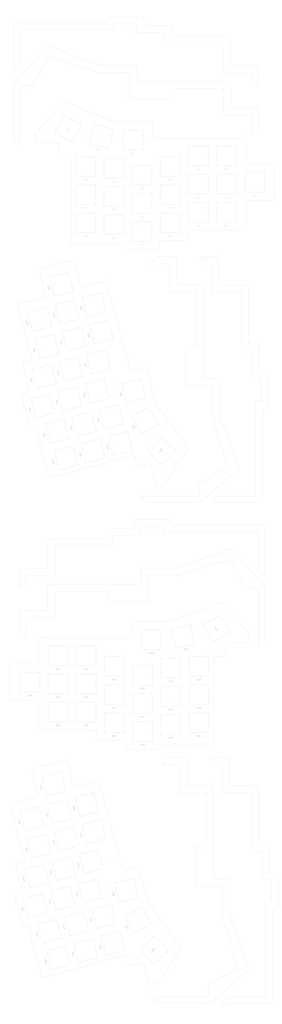
<source format=kicad_pcb>
(kicad_pcb (version 20211014) (generator pcbnew)
  (layers (0 "F.Cu" signal) (31 "B.Cu" signal) (34 "B.Paste" user) (35 "F.Paste" user) (36 "B.SilkS" user "B.Silkscreen") (37 "F.SilkS" user "F.Silkscreen") (38 "B.Mask" user) (39 "F.Mask" user) (44 "Edge.Cuts" user))
  (net 0 "")
  (footprint "sat1l:MXOnly-1U-Cutout-LaserMargin-19mm" (layer "F.Cu") (at 90.649996 147.062503 180)
    (fp_text reference "K14" (at 0 -8.89 180 unlocked) (layer "F.SilkS"))
    (fp_text value "KEYSW")
    (fp_rect (start -6.65 -6.65) (end 6.65 6.65) (layer "Edge.Cuts") (width 0.12) (fill none))
  )
  (footprint "sat1l:MXOnly-1U-Cutout-LaserMargin-19mm" (layer "F.Cu") (at 109.649998 141.125002 180)
    (fp_text reference "K13" (at 0 -8.89 180 unlocked) (layer "F.SilkS"))
    (fp_text value "KEYSW")
    (fp_rect (start -6.65 -6.65) (end 6.65 6.65) (layer "Edge.Cuts") (width 0.12) (fill none))
  )
  (footprint "sat1l:MXOnly-1U-Cutout-LaserMargin-19mm" (layer "F.Cu") (at 128.649999 115.000004 180)
    (fp_text reference "K21" (at 0 -8.89 180 unlocked) (layer "F.SilkS"))
    (fp_text value "KEYSW")
    (fp_rect (start -6.65 -6.65) (end 6.65 6.65) (layer "Edge.Cuts") (width 0.12) (fill none))
  )
  (footprint "sat1l:MXOnly-1U-Cutout-LaserMargin-19mm" (layer "F.Cu") (at 52.649998 160.125002 180)
    (fp_text reference "K05" (at 0 -8.89 180 unlocked) (layer "F.SilkS"))
    (fp_text value "KEYSW")
    (fp_rect (start -6.65 -6.65) (end 6.65 6.65) (layer "Edge.Cuts") (width 0.12) (fill none))
  )
  (footprint "sat1l:MXOnly-1U-Cutout-LaserMargin-19mm" (layer "F.Cu") (at 128.649998 153.000003 180)
    (fp_text reference "K01" (at 0 -8.89 180 unlocked) (layer "F.SilkS"))
    (fp_text value "KEYSW")
    (fp_rect (start -6.65 -6.65) (end 6.65 6.65) (layer "Edge.Cuts") (width 0.12) (fill none))
  )
  (footprint "sat1l:MXOnly-1U-Cutout-LaserMargin-19mm" (layer "F.Cu") (at 109.649998 160.125002 180)
    (fp_text reference "K02" (at 0 -8.89 180 unlocked) (layer "F.SilkS"))
    (fp_text value "KEYSW")
    (fp_rect (start -6.65 -6.65) (end 6.65 6.65) (layer "Edge.Cuts") (width 0.12) (fill none))
  )
  (footprint "sat1l:MXOnly-1U-Cutout-LaserMargin-19mm" (layer "F.Cu") (at 71.65 123.312502 180)
    (fp_text reference "K24" (at 0 -8.89 180 unlocked) (layer "F.SilkS"))
    (fp_text value "KEYSW")
    (fp_rect (start -6.65 -6.65) (end 6.65 6.65) (layer "Edge.Cuts") (width 0.12) (fill none))
  )
  (footprint "sat1l:MXOnly-1U-Cutout-LaserMargin-19mm" (layer "F.Cu") (at 52.649995 141.125001 180)
    (fp_text reference "K16" (at 0 -8.89 180 unlocked) (layer "F.SilkS"))
    (fp_text value "KEYSW")
    (fp_rect (start -6.65 -6.65) (end 6.65 6.65) (layer "Edge.Cuts") (width 0.12) (fill none))
  )
  (footprint "sat1l:MXOnly-1U-Cutout-LaserMargin-19mm" (layer "F.Cu") (at 90.649994 128.062503 180)
    (fp_text reference "K23" (at 0 -8.89 180 unlocked) (layer "F.SilkS"))
    (fp_text value "KEYSW")
    (fp_rect (start -6.65 -6.65) (end 6.65 6.65) (layer "Edge.Cuts") (width 0.12) (fill none))
  )
  (footprint "sat1l:MXOnly-1U-Cutout-LaserMargin-19mm" (layer "F.Cu") (at 147.649997 115.000003 180)
    (fp_text reference "K20" (at 0 -8.89 180 unlocked) (layer "F.SilkS"))
    (fp_text value "KEYSW")
    (fp_rect (start -6.65 -6.65) (end 6.65 6.65) (layer "Edge.Cuts") (width 0.12) (fill none))
  )
  (footprint "sat1l:MXOnly-1U-Cutout-LaserMargin-19mm" (layer "F.Cu") (at 147.649997 134.000002 180)
    (fp_text reference "K11" (at 0 -8.89 180 unlocked) (layer "F.SilkS"))
    (fp_text value "KEYSW")
    (fp_rect (start -6.65 -6.65) (end 6.65 6.65) (layer "Edge.Cuts") (width 0.12) (fill none))
  )
  (footprint "sat1l:MXOnly-1U-Cutout-LaserMargin-19mm" (layer "F.Cu") (at 71.649998 161.312505 180)
    (fp_text reference "K04" (at 0 -8.89 180 unlocked) (layer "F.SilkS"))
    (fp_text value "KEYSW")
    (fp_rect (start -6.65 -6.65) (end 6.65 6.65) (layer "Edge.Cuts") (width 0.12) (fill none))
  )
  (footprint "sat1l:MXOnly-1.5U-Cutout-LaserMargin-19mm" (layer "F.Cu") (at 40.774997 96.593751 -120)
    (fp_text reference "K32" (at 0 -0.5 -120 unlocked) (layer "F.SilkS"))
    (fp_text value "KEYSW")
    (fp_rect (start -6.65 -6.65) (end 6.65 6.65) (layer "Edge.Cuts") (width 0.12) (fill none))
  )
  (footprint "sat1l:MXOnly-1U-Cutout-LaserMargin-19mm" (layer "F.Cu") (at 63.337497 101.937503 165)
    (fp_text reference "K31" (at 0 -8.89 165 unlocked) (layer "F.SilkS"))
    (fp_text value "KEYSW")
    (fp_rect (start -6.65 -6.65) (end 6.65 6.65) (layer "Edge.Cuts") (width 0.12) (fill none))
  )
  (footprint "sat1l:MXOnly-1U-Cutout-LaserMargin-19mm" (layer "F.Cu") (at 147.649995 153.000002 180)
    (fp_text reference "K00" (at 0 -8.89 180 unlocked) (layer "F.SilkS"))
    (fp_text value "KEYSW")
    (fp_rect (start -6.65 -6.65) (end 6.65 6.65) (layer "Edge.Cuts") (width 0.12) (fill none))
  )
  (footprint "sat1l:MXOnly-1U-Cutout-LaserMargin-19mm" (layer "F.Cu") (at 166.649999 132.812499 180)
    (fp_text reference "K10" (at 0 -8.89 180 unlocked) (layer "F.SilkS"))
    (fp_text value "KEYSW")
    (fp_rect (start -6.65 -6.65) (end 6.65 6.65) (layer "Edge.Cuts") (width 0.12) (fill none))
  )
  (footprint "sat1l:MXOnly-1U-Cutout-LaserMargin-19mm" (layer "F.Cu") (at 52.649996 122.125003 180)
    (fp_text reference "K25" (at 0 -8.89 180 unlocked) (layer "F.SilkS"))
    (fp_text value "KEYSW")
    (fp_rect (start -6.65 -6.65) (end 6.65 6.65) (layer "Edge.Cuts") (width 0.12) (fill none))
  )
  (footprint "sat1l:MXOnly-1U-Cutout-LaserMargin-19mm" (layer "F.Cu") (at 71.649996 142.312503 180)
    (fp_text reference "K15" (at 0 -8.89 180 unlocked) (layer "F.SilkS"))
    (fp_text value "KEYSW")
    (fp_rect (start -6.65 -6.65) (end 6.65 6.65) (layer "Edge.Cuts") (width 0.12) (fill none))
  )
  (footprint "sat1l:MXOnly-1U-Cutout-LaserMargin-19mm" (layer "F.Cu") (at 109.649997 122.125002 180)
    (fp_text reference "K22" (at 0 -8.89 180 unlocked) (layer "F.SilkS"))
    (fp_text value "KEYSW")
    (fp_rect (start -6.65 -6.65) (end 6.65 6.65) (layer "Edge.Cuts") (width 0.12) (fill none))
  )
  (footprint "sat1l:MXOnly-1U-Cutout-LaserMargin-19mm" (layer "F.Cu") (at 90.649997 166.062503 180)
    (fp_text reference "K03" (at 0 -8.89 180 unlocked) (layer "F.SilkS"))
    (fp_text value "KEYSW")
    (fp_rect (start -6.65 -6.65) (end 6.65 6.65) (layer "Edge.Cuts") (width 0.12) (fill none))
  )
  (footprint "sat1l:MXOnly-1U-Cutout-LaserMargin-19mm" (layer "F.Cu") (at 128.649993 134.000003 180)
    (fp_text reference "K12" (at 0 -8.89 180 unlocked) (layer "F.SilkS"))
    (fp_text value "KEYSW")
    (fp_rect (start -6.65 -6.65) (end 6.65 6.65) (layer "Edge.Cuts") (width 0.12) (fill none))
  )
  (footprint "sat1l:MXOnly-1U-Cutout-LaserMargin-19mm" (layer "F.Cu") (at 84.712499 104.312505 180)
    (fp_text reference "K30" (at 0 -8.89 180 unlocked) (layer "F.SilkS"))
    (fp_text value "KEYSW")
    (fp_rect (start -6.65 -6.65) (end 6.65 6.65) (layer "Edge.Cuts") (width 0.12) (fill none))
  )
  (footprint "sat1l:MXOnly-1U-Cutout-LaserMargin-19mm" (layer "B.Cu") (at 91.037503 464.95)
    (fp_text reference "K23" (at 0 8.89 180 unlocked) (layer "B.SilkS") (effects (justify mirror)))
    (fp_text value "KEYSW")
    (fp_rect (start -6.65 6.65) (end 6.65 -6.65) (layer "Edge.Cuts") (width 0.12) (fill none))
  )
  (footprint "sat1l:MXOnly-1U-Cutout-LaserMargin-19mm" (layer "B.Cu") (at 35.034654 556.890734 -75)
    (fp_text reference "K11" (at 0 8.89 105 unlocked) (layer "B.SilkS") (effects (justify mirror)))
    (fp_text value "KEYSW")
    (fp_rect (start -6.65 6.65) (end 6.65 -6.65) (layer "Edge.Cuts") (width 0.12) (fill none))
  )
  (footprint "sat1l:MXOnly-1U-Cutout-LaserMargin-19mm" (layer "B.Cu") (at 33.294816 300.656694 -75)
    (fp_text reference "K04" (at 0 8.89 105 unlocked) (layer "B.SilkS") (effects (justify mirror)))
    (fp_text value "KEYSW")
    (fp_rect (start -6.65 6.65) (end 6.65 -6.65) (layer "Edge.Cuts") (width 0.12) (fill none))
  )
  (footprint "sat1l:MXOnly-1U-Cutout-LaserMargin-19mm" (layer "B.Cu") (at 76.064599 308.866812 -75)
    (fp_text reference "K25" (at 0 8.89 105 unlocked) (layer "B.SilkS") (effects (justify mirror)))
    (fp_text value "KEYSW")
    (fp_rect (start -6.65 6.65) (end 6.65 -6.65) (layer "Edge.Cuts") (width 0.12) (fill none))
  )
  (footprint "sat1l:MXOnly-1U-Cutout-LaserMargin-19mm" (layer "B.Cu") (at 52.740242 650.497775 -75)
    (fp_text reference "K16" (at 0 8.89 105 unlocked) (layer "B.SilkS") (effects (justify mirror)))
    (fp_text value "KEYSW")
    (fp_rect (start -6.65 6.65) (end 6.65 -6.65) (layer "Edge.Cuts") (width 0.12) (fill none))
  )
  (footprint "sat1l:MXOnly-1U-Cutout-LaserMargin-19mm" (layer "B.Cu") (at 84.971766 273.286602 -75)
    (fp_text reference "K30" (at 0 8.89 105 unlocked) (layer "B.SilkS") (effects (justify mirror)))
    (fp_text value "KEYSW")
    (fp_rect (start -6.65 6.65) (end 6.65 -6.65) (layer "Edge.Cuts") (width 0.12) (fill none))
  )
  (footprint "sat1l:MXOnly-1U-Cutout-LaserMargin-19mm" (layer "B.Cu") (at 24.606735 263.644163 -75)
    (fp_text reference "K02" (at 0 8.89 105 unlocked) (layer "B.SilkS") (effects (justify mirror)))
    (fp_text value "KEYSW")
    (fp_rect (start -6.65 6.65) (end 6.65 -6.65) (layer "Edge.Cuts") (width 0.12) (fill none))
  )
  (footprint "sat1l:MXOnly-1U-Cutout-LaserMargin-19mm" (layer "B.Cu") (at 56.340148 590.522438 -75)
    (fp_text reference "K22" (at 0 8.89 105 unlocked) (layer "B.SilkS") (effects (justify mirror)))
    (fp_text value "KEYSW")
    (fp_rect (start -6.65 6.65) (end 6.65 -6.65) (layer "Edge.Cuts") (width 0.12) (fill none))
  )
  (footprint "sat1l:MXOnly-1U-Cutout-LaserMargin-19mm" (layer "B.Cu") (at 129.037499 497.012496)
    (fp_text reference "K05" (at 0 8.89 180 unlocked) (layer "B.SilkS") (effects (justify mirror)))
    (fp_text value "KEYSW")
    (fp_rect (start -6.65 6.65) (end 6.65 -6.65) (layer "Edge.Cuts") (width 0.12) (fill none))
  )
  (footprint "sat1l:MXOnly-1U-Cutout-LaserMargin-19mm" (layer "B.Cu") (at 28.32305 637.370092 -75)
    (fp_text reference "K04" (at 0 8.89 105 unlocked) (layer "B.SilkS") (effects (justify mirror)))
    (fp_text value "KEYSW")
    (fp_rect (start -6.65 6.65) (end 6.65 -6.65) (layer "Edge.Cuts") (width 0.12) (fill none))
  )
  (footprint "sat1l:MXOnly-1U-Cutout-LaserMargin-19mm" (layer "B.Cu") (at 34.037501 470.887501)
    (fp_text reference "K11" (at 0 8.89 180 unlocked) (layer "B.SilkS") (effects (justify mirror)))
    (fp_text value "KEYSW")
    (fp_rect (start -6.65 6.65) (end 6.65 -6.65) (layer "Edge.Cuts") (width 0.12) (fill none))
  )
  (footprint "sat1l:MXOnly-1U-Cutout-LaserMargin-19mm" (layer "B.Cu") (at 61.311914 253.80904 -75)
    (fp_text reference "K22" (at 0 8.89 105 unlocked) (layer "B.SilkS") (effects (justify mirror)))
    (fp_text value "KEYSW")
    (fp_rect (start -6.65 6.65) (end 6.65 -6.65) (layer "Edge.Cuts") (width 0.12) (fill none))
  )
  (footprint "sat1l:MXOnly-1U-Cutout-LaserMargin-19mm" (layer "B.Cu") (at 53.037502 451.887503)
    (fp_text reference "K21" (at 0 8.89 180 unlocked) (layer "B.SilkS") (effects (justify mirror)))
    (fp_text value "KEYSW")
    (fp_rect (start -6.65 6.65) (end 6.65 -6.65) (layer "Edge.Cuts") (width 0.12) (fill none))
  )
  (footprint "sat1l:MXOnly-1U-Cutout-LaserMargin-19mm" (layer "B.Cu") (at 21.599625 580.160886 -75)
    (fp_text reference "K01" (at 0 8.89 105 unlocked) (layer "B.SilkS") (effects (justify mirror)))
    (fp_text value "KEYSW")
    (fp_rect (start -6.65 6.65) (end 6.65 -6.65) (layer "Edge.Cuts") (width 0.12) (fill none))
  )
  (footprint "sat1l:MXOnly-1U-Cutout-LaserMargin-19mm" (layer "B.Cu") (at 42.141699 278.61593 -75)
    (fp_text reference "K14" (at 0 8.89 105 unlocked) (layer "B.SilkS") (effects (justify mirror)))
    (fp_text value "KEYSW")
    (fp_rect (start -6.65 6.65) (end 6.65 -6.65) (layer "Edge.Cuts") (width 0.12) (fill none))
  )
  (footprint "sat1l:MXOnly-1U-Cutout-LaserMargin-19mm" (layer "B.Cu") (at 40.00642 220.177336 -75)
    (fp_text reference "K11" (at 0 8.89 105 unlocked) (layer "B.SilkS") (effects (justify mirror)))
    (fp_text value "KEYSW")
    (fp_rect (start -6.65 6.65) (end 6.65 -6.65) (layer "Edge.Cuts") (width 0.12) (fill none))
  )
  (footprint "sat1l:MXOnly-1U-Cutout-LaserMargin-19mm" (layer "B.Cu") (at 51.647407 295.739133 -75)
    (fp_text reference "K15" (at 0 8.89 105 unlocked) (layer "B.SilkS") (effects (justify mirror)))
    (fp_text value "KEYSW")
    (fp_rect (start -6.65 6.65) (end 6.65 -6.65) (layer "Edge.Cuts") (width 0.12) (fill none))
  )
  (footprint "sat1l:MXOnly-1U-Cutout-LaserMargin-19mm" (layer "B.Cu") (at 18.817346 620.246891 -75)
    (fp_text reference "K03" (at 0 8.89 105 unlocked) (layer "B.SilkS") (effects (justify mirror)))
    (fp_text value "KEYSW")
    (fp_rect (start -6.65 6.65) (end 6.65 -6.65) (layer "Edge.Cuts") (width 0.12) (fill none))
  )
  (footprint "sat1l:MXOnly-1U-Cutout-LaserMargin-19mm" (layer "B.Cu") (at 72.0375 497.012496)
    (fp_text reference "K02" (at 0 8.89 180 unlocked) (layer "B.SilkS") (effects (justify mirror)))
    (fp_text value "KEYSW")
    (fp_rect (start -6.65 6.65) (end 6.65 -6.65) (layer "Edge.Cuts") (width 0.12) (fill none))
  )
  (footprint "sat1l:MXOnly-1U-Cutout-LaserMargin-19mm" (layer "B.Cu") (at 23.789112 283.533493 -75)
    (fp_text reference "K03" (at 0 8.89 105 unlocked) (layer "B.SilkS") (effects (justify mirror)))
    (fp_text value "KEYSW")
    (fp_rect (start -6.65 6.65) (end 6.65 -6.65) (layer "Edge.Cuts") (width 0.12) (fill none))
  )
  (footprint "sat1l:MXOnly-1U-Cutout-LaserMargin-19mm" (layer "B.Cu") (at 53.037501 489.887499)
    (fp_text reference "K01" (at 0 8.89 180 unlocked) (layer "B.SilkS") (effects (justify mirror)))
    (fp_text value "KEYSW")
    (fp_rect (start -6.65 6.65) (end 6.65 -6.65) (layer "Edge.Cuts") (width 0.12) (fill none))
  )
  (footprint "sat1l:MXOnly-1U-Cutout-LaserMargin-19mm" (layer "B.Cu") (at 80 610 -75)
    (fp_text reference "K30" (at 0 8.89 105 unlocked) (layer "B.SilkS") (effects (justify mirror)))
    (fp_text value "KEYSW")
    (fp_rect (start -6.65 6.65) (end 6.65 -6.65) (layer "Edge.Cuts") (width 0.12) (fill none))
  )
  (footprint "sat1l:MXOnly-1U-Cutout-LaserMargin-19mm" (layer "B.Cu") (at 55.522525 610.411769 -75)
    (fp_text reference "K23" (at 0 8.89 105 unlocked) (layer "B.SilkS") (effects (justify mirror)))
    (fp_text value "KEYSW")
    (fp_rect (start -6.65 6.65) (end 6.65 -6.65) (layer "Edge.Cuts") (width 0.12) (fill none))
  )
  (footprint "sat1l:MXOnly-1U-Cutout-LaserMargin-19mm" (layer "B.Cu") (at 72.0375 459.012498)
    (fp_text reference "K22" (at 0 8.89 180 unlocked) (layer "B.SilkS") (effects (justify mirror)))
    (fp_text value "KEYSW")
    (fp_rect (start -6.65 6.65) (end 6.65 -6.65) (layer "Edge.Cuts") (width 0.12) (fill none))
  )
  (footprint "sat1l:MXOnly-1U-Cutout-LaserMargin-19mm" (layer "B.Cu") (at 72.037499 478.012499)
    (fp_text reference "K13" (at 0 8.89 180 unlocked) (layer "B.SilkS") (effects (justify mirror)))
    (fp_text value "KEYSW")
    (fp_rect (start -6.65 6.65) (end 6.65 -6.65) (layer "Edge.Cuts") (width 0.12) (fill none))
  )
  (footprint "sat1l:MXOnly-1U-Cutout-LaserMargin-19mm" (layer "B.Cu") (at 53.037506 470.887503)
    (fp_text reference "K12" (at 0 8.89 180 unlocked) (layer "B.SilkS") (effects (justify mirror)))
    (fp_text value "KEYSW")
    (fp_rect (start -6.65 6.65) (end 6.65 -6.65) (layer "Edge.Cuts") (width 0.12) (fill none))
  )
  (footprint "sat1l:MXOnly-1U-Cutout-LaserMargin-19mm" (layer "B.Cu") (at 46.675641 632.452531 -75)
    (fp_text reference "K15" (at 0 8.89 105 unlocked) (layer "B.SilkS") (effects (justify mirror)))
    (fp_text value "KEYSW")
    (fp_rect (start -6.65 6.65) (end 6.65 -6.65) (layer "Edge.Cuts") (width 0.12) (fill none))
  )
  (footprint "sat1l:MXOnly-1U-Cutout-LaserMargin-19mm" (layer "B.Cu") (at 110.037501 479.200002)
    (fp_text reference "K15" (at 0 8.89 180 unlocked) (layer "B.SilkS") (effects (justify mirror)))
    (fp_text value "KEYSW")
    (fp_rect (start -6.65 6.65) (end 6.65 -6.65) (layer "Edge.Cuts") (width 0.12) (fill none))
  )
  (footprint "sat1l:MXOnly-1U-Cutout-LaserMargin-19mm" (layer "B.Cu") (at 129.037503 478.0125)
    (fp_text reference "K16" (at 0 8.89 180 unlocked) (layer "B.SilkS") (effects (justify mirror)))
    (fp_text value "KEYSW")
    (fp_rect (start -6.65 6.65) (end 6.65 -6.65) (layer "Edge.Cuts") (width 0.12) (fill none))
  )
  (footprint "sat1l:MXOnly-1U-Cutout-LaserMargin-19mm" (layer "B.Cu") (at 96.975001 441.2)
    (fp_text reference "K30" (at 0 8.89 180 unlocked) (layer "B.SilkS") (effects (justify mirror)))
    (fp_text value "KEYSW")
    (fp_rect (start -6.65 6.65) (end 6.65 -6.65) (layer "Edge.Cuts") (width 0.12) (fill none))
  )
  (footprint "sat1l:MXOnly-1U-Cutout-LaserMargin-19mm" (layer "B.Cu") (at 91.0375 483.949999)
    (fp_text reference "K14" (at 0 8.89 180 unlocked) (layer "B.SilkS") (effects (justify mirror)))
    (fp_text value "KEYSW")
    (fp_rect (start -6.65 6.65) (end 6.65 -6.65) (layer "Edge.Cuts") (width 0.12) (fill none))
  )
  (footprint "sat1l:MXOnly-1U-Cutout-LaserMargin-19mm" (layer "B.Cu") (at 57.712008 313.784377 -75)
    (fp_text reference "K16" (at 0 8.89 105 unlocked) (layer "B.SilkS") (effects (justify mirror)))
    (fp_text value "KEYSW")
    (fp_rect (start -6.65 6.65) (end 6.65 -6.65) (layer "Edge.Cuts") (width 0.12) (fill none))
  )
  (footprint "sat1l:MXOnly-1U-Cutout-LaserMargin-19mm" (layer "B.Cu") (at 58.359011 215.259773 -75)
    (fp_text reference "K20" (at 0 8.89 105 unlocked) (layer "B.SilkS") (effects (justify mirror)))
    (fp_text value "KEYSW")
    (fp_rect (start -6.65 6.65) (end 6.65 -6.65) (layer "Edge.Cuts") (width 0.12) (fill none))
  )
  (footprint "sat1l:MXOnly-1U-Cutout-LaserMargin-19mm" (layer "B.Cu") (at 36.235899 201.517394 -75)
    (fp_text reference "K10" (at 0 8.89 105 unlocked) (layer "B.SilkS") (effects (justify mirror)))
    (fp_text value "KEYSW")
    (fp_rect (start -6.65 6.65) (end 6.65 -6.65) (layer "Edge.Cuts") (width 0.12) (fill none))
  )
  (footprint "sat1l:MXOnly-1.5U-Cutout-LaserMargin-19mm" (layer "B.Cu") (at 103.799369 313.729208 -135)
    (fp_text reference "K32" (at 0 0.5 45 unlocked) (layer "B.SilkS") (effects (justify mirror)))
    (fp_text value "KEYSW")
    (fp_rect (start -6.65 6.65) (end 6.65 -6.65) (layer "Edge.Cuts") (width 0.12) (fill none))
  )
  (footprint "sat1l:MXOnly-1.5U-Cutout-LaserMargin-19mm" (layer "B.Cu") (at 140.912502 433.481249 -60)
    (fp_text reference "K32" (at 0 0.5 120 unlocked) (layer "B.SilkS") (effects (justify mirror)))
    (fp_text value "KEYSW")
    (fp_rect (start -6.65 6.65) (end 6.65 -6.65) (layer "Edge.Cuts") (width 0.12) (fill none))
  )
  (footprint "sat1l:MXOnly-1U-Cutout-LaserMargin-19mm" (layer "B.Cu") (at 91.037502 502.949997)
    (fp_text reference "K03" (at 0 8.89 180 unlocked) (layer "B.SilkS") (effects (justify mirror)))
    (fp_text value "KEYSW")
    (fp_rect (start -6.65 6.65) (end 6.65 -6.65) (layer "Edge.Cuts") (width 0.12) (fill none))
  )
  (footprint "sat1l:MXOnly-1U-Cutout-LaserMargin-19mm" (layer "B.Cu") (at 34.037501 489.887497)
    (fp_text reference "K00" (at 0 8.89 180 unlocked) (layer "B.SilkS") (effects (justify mirror)))
    (fp_text value "KEYSW")
    (fp_rect (start -6.65 6.65) (end 6.65 -6.65) (layer "Edge.Cuts") (width 0.12) (fill none))
  )
  (footprint "sat1l:MXOnly-1U-Cutout-LaserMargin-19mm" (layer "B.Cu") (at 26.571391 243.447488 -75)
    (fp_text reference "K01" (at 0 8.89 105 unlocked) (layer "B.SilkS") (effects (justify mirror)))
    (fp_text value "KEYSW")
    (fp_rect (start -6.65 6.65) (end 6.65 -6.65) (layer "Edge.Cuts") (width 0.12) (fill none))
  )
  (footprint "sat1l:MXOnly-1U-Cutout-LaserMargin-19mm" (layer "B.Cu") (at 37.169933 615.329328 -75)
    (fp_text reference "K14" (at 0 8.89 105 unlocked) (layer "B.SilkS") (effects (justify mirror)))
    (fp_text value "KEYSW")
    (fp_rect (start -6.65 6.65) (end 6.65 -6.65) (layer "Edge.Cuts") (width 0.12) (fill none))
  )
  (footprint "sat1l:MXOnly-1U-Cutout-LaserMargin-19mm" (layer "B.Cu") (at 63.27657 233.612365 -75)
    (fp_text reference "K21" (at 0 8.89 105 unlocked) (layer "B.SilkS") (effects (justify mirror)))
    (fp_text value "KEYSW")
    (fp_rect (start -6.65 6.65) (end 6.65 -6.65) (layer "Edge.Cuts") (width 0.12) (fill none))
  )
  (footprint "sat1l:MXOnly-1U-Cutout-LaserMargin-19mm" (layer "B.Cu") (at 60.494291 273.698371 -75)
    (fp_text reference "K23" (at 0 8.89 105 unlocked) (layer "B.SilkS") (effects (justify mirror)))
    (fp_text value "KEYSW")
    (fp_rect (start -6.65 6.65) (end 6.65 -6.65) (layer "Edge.Cuts") (width 0.12) (fill none))
  )
  (footprint "sat1l:MXOnly-1U-Cutout-LaserMargin-19mm" (layer "B.Cu") (at 31.264133 538.230792 -75)
    (fp_text reference "K10" (at 0 8.89 105 unlocked) (layer "B.SilkS") (effects (justify mirror)))
    (fp_text value "KEYSW")
    (fp_rect (start -6.65 6.65) (end 6.65 -6.65) (layer "Edge.Cuts") (width 0.12) (fill none))
  )
  (footprint "sat1l:MXOnly-1U-Cutout-LaserMargin-19mm" (layer "B.Cu") (at 42.959323 258.726602 -75)
    (fp_text reference "K13" (at 0 8.89 105 unlocked) (layer "B.SilkS") (effects (justify mirror)))
    (fp_text value "KEYSW")
    (fp_rect (start -6.65 6.65) (end 6.65 -6.65) (layer "Edge.Cuts") (width 0.12) (fill none))
  )
  (footprint "sat1l:MXOnly-1.5U-Cutout-LaserMargin-19mm" (layer "B.Cu") (at 98.827603 650.442606 -135)
    (fp_text reference "K32" (at 0 0.5 45 unlocked) (layer "B.SilkS") (effects (justify mirror)))
    (fp_text value "KEYSW")
    (fp_rect (start -6.65 6.65) (end 6.65 -6.65) (layer "Edge.Cuts") (width 0.12) (fill none))
  )
  (footprint "sat1l:MXOnly-1U-Cutout-LaserMargin-19mm" (layer "B.Cu") (at 16.682066 561.808295 -75)
    (fp_text reference "K00" (at 0 8.89 105 unlocked) (layer "B.SilkS") (effects (justify mirror)))
    (fp_text value "KEYSW")
    (fp_rect (start -6.65 6.65) (end 6.65 -6.65) (layer "Edge.Cuts") (width 0.12) (fill none))
  )
  (footprint "sat1l:MXOnly-1U-Cutout-LaserMargin-19mm" (layer "B.Cu") (at 53.387245 551.973171 -75)
    (fp_text reference "K20" (at 0 8.89 105 unlocked) (layer "B.SilkS") (effects (justify mirror)))
    (fp_text value "KEYSW")
    (fp_rect (start -6.65 6.65) (end 6.65 -6.65) (layer "Edge.Cuts") (width 0.12) (fill none))
  )
  (footprint "sat1l:MXOnly-1U-Cutout-LaserMargin-19mm" (layer "B.Cu") (at 71.092833 645.58021 -75)
    (fp_text reference "K25" (at 0 8.89 105 unlocked) (layer "B.SilkS") (effects (justify mirror)))
    (fp_text value "KEYSW")
    (fp_rect (start -6.65 6.65) (end 6.65 -6.65) (layer "Edge.Cuts") (width 0.12) (fill none))
  )
  (footprint "sat1l:MXOnly-1U-Cutout-LaserMargin-19mm" (layer "B.Cu") (at 39.35942 318.701934 -75)
    (fp_text reference "K05" (at 0 8.89 105 unlocked) (layer "B.SilkS") (effects (justify mirror)))
    (fp_text value "KEYSW")
    (fp_rect (start -6.65 6.65) (end 6.65 -6.65) (layer "Edge.Cuts") (width 0.12) (fill none))
  )
  (footprint "sat1l:MXOnly-1U-Cutout-LaserMargin-19mm" (layer "B.Cu") (at 37.987557 595.44 -75)
    (fp_text reference "K13" (at 0 8.89 105 unlocked) (layer "B.SilkS") (effects (justify mirror)))
    (fp_text value "KEYSW")
    (fp_rect (start -6.65 6.65) (end 6.65 -6.65) (layer "Edge.Cuts") (width 0.12) (fill none))
  )
  (footprint "sat1l:MXOnly-1U-Cutout-LaserMargin-19mm" (layer "B.Cu") (at 110.0375 498.200002)
    (fp_text reference "K04" (at 0 8.89 180 unlocked) (layer "B.SilkS") (effects (justify mirror)))
    (fp_text value "KEYSW")
    (fp_rect (start -6.65 6.65) (end 6.65 -6.65) (layer "Edge.Cuts") (width 0.12) (fill none))
  )
  (footprint "sat1l:MXOnly-1U-Cutout-LaserMargin-19mm" (layer "B.Cu") (at 129.0375 459.012499)
    (fp_text reference "K25" (at 0 8.89 180 unlocked) (layer "B.SilkS") (effects (justify mirror)))
    (fp_text value "KEYSW")
    (fp_rect (start -6.65 6.65) (end 6.65 -6.65) (layer "Edge.Cuts") (width 0.12) (fill none))
  )
  (footprint "sat1l:MXOnly-1U-Cutout-LaserMargin-19mm" (layer "B.Cu") (at 34.037499 451.8875)
    (fp_text reference "K20" (at 0 8.89 180 unlocked) (layer "B.SilkS") (effects (justify mirror)))
    (fp_text value "KEYSW")
    (fp_rect (start -6.65 6.65) (end 6.65 -6.65) (layer "Edge.Cuts") (width 0.12) (fill none))
  )
  (footprint "sat1l:MXOnly-1U-Cutout-LaserMargin-19mm" (layer "B.Cu") (at 21.653832 225.094897 -75)
    (fp_text reference "K00" (at 0 8.89 105 unlocked) (layer "B.SilkS") (effects (justify mirror)))
    (fp_text value "KEYSW")
    (fp_rect (start -6.65 6.65) (end 6.65 -6.65) (layer "Edge.Cuts") (width 0.12) (fill none))
  )
  (footprint "sat1l:MXOnly-1U-Cutout-LaserMargin-19mm" (layer "B.Cu") (at 34.387654 655.415332 -75)
    (fp_text reference "K05" (at 0 8.89 105 unlocked) (layer "B.SilkS") (effects (justify mirror)))
    (fp_text value "KEYSW")
    (fp_rect (start -6.65 6.65) (end 6.65 -6.65) (layer "Edge.Cuts") (width 0.12) (fill none))
  )
  (footprint "sat1l:MXOnly-1U-Cutout-LaserMargin-19mm" (layer "B.Cu") (at 70 290.821566 -75)
    (fp_text reference "K24" (at 0 8.89 105 unlocked) (layer "B.SilkS") (effects (justify mirror)))
    (fp_text value "KEYSW")
    (fp_rect (start -6.65 6.65) (end 6.65 -6.65) (layer "Edge.Cuts") (width 0.12) (fill none))
  )
  (footprint "sat1l:MXOnly-1U-Cutout-LaserMargin-19mm" (layer "B.Cu") (at 92.798099 293.31857 -60)
    (fp_text reference "K31" (at 0 8.89 120 unlocked) (layer "B.SilkS") (effects (justify mirror)))
    (fp_text value "KEYSW")
    (fp_rect (start -6.65 6.65) (end 6.65 -6.65) (layer "Edge.Cuts") (width 0.12) (fill none))
  )
  (footprint "sat1l:MXOnly-1U-Cutout-LaserMargin-19mm" (layer "B.Cu") (at 39.952215 575.243329 -75)
    (fp_text reference "K12" (at 0 8.89 105 unlocked) (layer "B.SilkS") (effects (justify mirror)))
    (fp_text value "KEYSW")
    (fp_rect (start -6.65 6.65) (end 6.65 -6.65) (layer "Edge.Cuts") (width 0.12) (fill none))
  )
  (footprint "sat1l:MXOnly-1U-Cutout-LaserMargin-19mm" (layer "B.Cu") (at 110.037497 460.199999)
    (fp_text reference "K24" (at 0 8.89 180 unlocked) (layer "B.SilkS") (effects (justify mirror)))
    (fp_text value "KEYSW")
    (fp_rect (start -6.65 6.65) (end 6.65 -6.65) (layer "Edge.Cuts") (width 0.12) (fill none))
  )
  (footprint "sat1l:MXOnly-1U-Cutout-LaserMargin-19mm" (layer "B.Cu") (at 87.826333 630.031968 -60)
    (fp_text reference "K31" (at 0 8.89 120 unlocked) (layer "B.SilkS") (effects (justify mirror)))
    (fp_text value "KEYSW")
    (fp_rect (start -6.65 6.65) (end 6.65 -6.65) (layer "Edge.Cuts") (width 0.12) (fill none))
  )
  (footprint "sat1l:MXOnly-1U-Cutout-LaserMargin-19mm" (layer "B.Cu") (at 58.304804 570.325763 -75)
    (fp_text reference "K21" (at 0 8.89 105 unlocked) (layer "B.SilkS") (effects (justify mirror)))
    (fp_text value "KEYSW")
    (fp_rect (start -6.65 6.65) (end 6.65 -6.65) (layer "Edge.Cuts") (width 0.12) (fill none))
  )
  (footprint "sat1l:MXOnly-1U-Cutout-LaserMargin-19mm" (layer "B.Cu") (at 15.037499 469.699996)
    (fp_text reference "K10" (at 0 8.89 180 unlocked) (layer "B.SilkS") (effects (justify mirror)))
    (fp_text value "KEYSW")
    (fp_rect (start -6.65 6.65) (end 6.65 -6.65) (layer "Edge.Cuts") (width 0.12) (fill none))
  )
  (footprint "sat1l:MXOnly-1U-Cutout-LaserMargin-19mm" (layer "B.Cu") (at 44.923981 238.529931 -75)
    (fp_text reference "K12" (at 0 8.89 105 unlocked) (layer "B.SilkS") (effects (justify mirror)))
    (fp_text value "KEYSW")
    (fp_rect (start -6.65 6.65) (end 6.65 -6.65) (layer "Edge.Cuts") (width 0.12) (fill none))
  )
  (footprint "sat1l:MXOnly-1U-Cutout-LaserMargin-19mm" (layer "B.Cu") (at 65.028234 627.534964 -75)
    (fp_text reference "K24" (at 0 8.89 105 unlocked) (layer "B.SilkS") (effects (justify mirror)))
    (fp_text value "KEYSW")
    (fp_rect (start -6.65 6.65) (end 6.65 -6.65) (layer "Edge.Cuts") (width 0.12) (fill none))
  )
  (footprint "sat1l:MXOnly-1U-Cutout-LaserMargin-19mm" (layer "B.Cu") (at 118.35 438.824998 15)
    (fp_text reference "K31" (at 0 8.89 195 unlocked) (layer "B.SilkS") (effects (justify mirror)))
    (fp_text value "KEYSW")
    (fp_rect (start -6.65 6.65) (end 6.65 -6.65) (layer "Edge.Cuts") (width 0.12) (fill none))
  )
  (footprint "sat1l:MXOnly-1U-Cutout-LaserMargin-19mm" (layer "B.Cu") (at 19.634969 600.357561 -75)
    (fp_text reference "K02" (at 0 8.89 105 unlocked) (layer "B.SilkS") (effects (justify mirror)))
    (fp_text value "KEYSW")
    (fp_rect (start -6.65 6.65) (end 6.65 -6.65) (layer "Edge.Cuts") (width 0.12) (fill none))
  )
  (gr_arc (start 93.35938 27.421877) (mid 92.298732 26.982525) (end 91.859382 25.921877) (layer "Edge.Cuts") (width 0.1))
  (gr_line (start 136.264194 520.57157) (end 140.779817 525.462198) (layer "Edge.Cuts") (width 0.1))
  (gr_line (start 180.149998 143.500004) (end 180.149997 122.000002) (layer "Edge.Cuts") (width 0.1))
  (gr_arc (start 105.687504 31.875003) (mid 106.107371 32.048885) (end 106.281253 32.468752) (layer "Edge.Cuts") (width 0.1))
  (gr_arc (start 173.93919 681.321572) (mid 173.765306 681.741414) (end 173.345442 681.915325) (layer "Edge.Cuts") (width 0.1))
  (gr_arc (start 127.626694 607.24345) (mid 127.206833 607.069559) (end 127.032944 606.649697) (layer "Edge.Cuts") (width 0.1))
  (gr_line (start 89.705368 344.283301) (end 93.267868 348.439551) (layer "Edge.Cuts") (width 0.1))
  (gr_line (start 169.359383 67.471877) (end 169.359382 55.921877) (layer "Edge.Cuts") (width 0.1))
  (gr_line (start 161.149996 119.000003) (end 161.149997 104.5) (layer "Edge.Cuts") (width 0.1))
  (gr_arc (start 165.614743 265.173924) (mid 165.19492 265) (end 165.020994 264.580177) (layer "Edge.Cuts") (width 0.1))
  (gr_arc (start 18.649998 101.000004) (mid 18.778281 100.209431) (end 19.149997 99.500004) (layer "Edge.Cuts") (width 0.1))
  (gr_line (start 20.537501 483.387498) (end 20.537502 500.3875) (layer "Edge.Cuts") (width 0.1))
  (gr_arc (start 44.149997 174.500002) (mid 43.089298 174.060679) (end 42.650001 173.000004) (layer "Edge.Cuts") (width 0.1))
  (gr_arc (start 109.655533 428.623562) (mid 109.111878 428.820592) (end 108.537501 428.887497) (layer "Edge.Cuts") (width 0.1))
  (gr_arc (start 26.01563 41.500003) (mid 27.175833 40.906089) (end 28.46431 41.102635) (layer "Edge.Cuts") (width 0.1))
  (gr_arc (start 27.000017 419.749537) (mid 26.560676 420.810195) (end 25.500016 421.249534) (layer "Edge.Cuts") (width 0.1))
  (gr_arc (start 146.062503 59.187501) (mid 145.642652 59.013603) (end 145.468755 58.593751) (layer "Edge.Cuts") (width 0.1))
  (gr_arc (start 27.156268 374.671409) (mid 27.595618 373.610775) (end 28.656268 373.171408) (layer "Edge.Cuts") (width 0.1))
  (gr_arc (start 170.81419 579.071574) (mid 169.75356 578.632202) (end 169.314192 577.571574) (layer "Edge.Cuts") (width 0.1))
  (gr_line (start 8.000017 434.299533) (end 8.000016 422.749534) (layer "Edge.Cuts") (width 0.1))
  (gr_arc (start 109.406255 70.171877) (mid 109.58016 69.752043) (end 110 69.578127) (layer "Edge.Cuts") (width 0.1))
  (gr_line (start 8.156265 394.671409) (end 8.156264 406.221407) (layer "Edge.Cuts") (width 0.1))
  (gr_arc (start 32.046893 397.34328) (mid 31.873001 397.763136) (end 31.453148 397.937034) (layer "Edge.Cuts") (width 0.1))
  (gr_line (start 154.56875 442.887501) (end 161.537499 442.887498) (layer "Edge.Cuts") (width 0.1))
  (gr_line (start 144.845442 627.727824) (end 155.53294 662.165323) (layer "Edge.Cuts") (width 0.1))
  (gr_line (start 127.317865 211.87705) (end 127.317869 207.423928) (layer "Edge.Cuts") (width 0.1))
  (gr_arc (start 109.35938 27.421876) (mid 110.420048 27.861207) (end 110.85938 28.921875) (layer "Edge.Cuts") (width 0.1))
  (gr_line (start 90.828145 364.687033) (end 104.484394 364.687035) (layer "Edge.Cuts") (width 0.1))
  (gr_arc (start 14.55987 272.030234) (mid 14.410034 273.16847) (end 13.499211 273.867349) (layer "Edge.Cuts") (width 0.1))
  (gr_arc (start 27.000017 405.249531) (mid 27.439358 404.188872) (end 28.500017 403.749533) (layer "Edge.Cuts") (width 0.1))
  (gr_arc (start 3.037496 481.887499) (mid 1.976841 481.448156) (end 1.537501 480.387499) (layer "Edge.Cuts") (width 0.1))
  (gr_line (start 15.343128 253.703027) (end 11.479424 254.738301) (layer "Edge.Cuts") (width 0.1))
  (gr_arc (start 171.500014 403.249537) (mid 172.941145 405.573084) (end 173.500016 408.249535) (layer "Edge.Cuts") (width 0.1))
  (gr_line (start 114.395994 200.43955) (end 114.395992 184.43955) (layer "Edge.Cuts") (width 0.1))
  (gr_line (start 111.156266 363.671411) (end 172.156266 363.671412) (layer "Edge.Cuts") (width 0.1))
  (gr_line (start 98.248125 329.354649) (end 96.687126 323.528908) (layer "Edge.Cuts") (width 0.1))
  (gr_arc (start 87.875004 31.875002) (mid 87.455181 31.701075) (end 87.281256 31.281253) (layer "Edge.Cuts") (width 0.1))
  (gr_arc (start 147.037497 450.887497) (mid 146.598129 451.948129) (end 145.537498 452.387497) (layer "Edge.Cuts") (width 0.1))
  (gr_arc (start 8.171881 68.390628) (mid 8.345772 67.970769) (end 8.765631 67.796879) (layer "Edge.Cuts") (width 0.1))
  (gr_line (start 182.314196 620.571573) (end 182.314191 602.571572) (layer "Edge.Cuts") (width 0.1))
  (gr_line (start 169.51563 95.550002) (end 164.625008 100.065626) (layer "Edge.Cuts") (width 0.1))
  (gr_line (start 83.537498 514.887495) (end 101.537499 514.887497) (layer "Edge.Cuts") (width 0.1))
  (gr_arc (start 89.878241 659.181645) (mid 91.016486 659.331464) (end 91.71536 660.242306) (layer "Edge.Cuts") (width 0.1))
  (gr_arc (start 16.386079 529.794038) (mid 16.535933 528.655812) (end 17.44674 527.956925) (layer "Edge.Cuts") (width 0.1))
  (gr_arc (start 21.357845 193.08064) (mid 21.507699 191.942415) (end 22.418506 191.243527) (layer "Edge.Cuts") (width 0.1))
  (gr_line (start 108.186068 520.415323) (end 119.736067 520.415322) (layer "Edge.Cuts") (width 0.1))
  (gr_line (start 71.828144 370.624535) (end 89.640644 370.624533) (layer "Edge.Cuts") (width 0.1))
  (gr_line (start 162.633433 661.466643) (end 150 628.533357) (layer "Edge.Cuts") (width 0.1))
  (gr_line (start 173.474117 284.595797) (end 173.974118 284.5958) (layer "Edge.Cuts") (width 0.1))
  (gr_line (start 169.314192 577.571574) (end 169.314193 541.071574) (layer "Edge.Cuts") (width 0.1))
  (gr_line (start 18.649997 104.500003) (end 18.649997 104.500003) (layer "Edge.Cuts") (width 0.1))
  (gr_arc (start 83.603158 317.199624) (mid 84.741407 317.34944) (end 85.440277 318.260283) (layer "Edge.Cuts") (width 0.1))
  (gr_arc (start 94.828143 398.233914) (mid 95.002062 397.814081) (end 95.421894 397.640162) (layer "Edge.Cuts") (width 0.1))
  (gr_line (start 99.857327 281.268409) (end 93.775079 258.569151) (layer "Edge.Cuts") (width 0.1))
  (gr_arc (start 145.142321 544.462199) (mid 144.722466 544.288307) (end 144.548568 543.868454) (layer "Edge.Cuts") (width 0.1))
  (gr_line (start 161.149996 163.500001) (end 161.149999 146.500001) (layer "Edge.Cuts") (width 0.1))
  (gr_line (start 164.468755 62.956251) (end 164.468755 59.781253) (layer "Edge.Cuts") (width 0.1))
  (gr_arc (start 20.5375 455.8875) (mid 20.09816 456.948159) (end 19.037502 457.387501) (layer "Edge.Cuts") (width 0.1))
  (gr_line (start 154.56875 442.887501) (end 148.537499 442.887497) (layer "Edge.Cuts") (width 0.1))
  (gr_arc (start 80.149999 178.000002) (mid 79.089296 177.560679) (end 78.649999 176.5) (layer "Edge.Cuts") (width 0.1))
  (gr_arc (start 41.149998 115.500003) (mid 42.210618 115.93936) (end 42.649994 117.000004) (layer "Edge.Cuts") (width 0.1))
  (gr_arc (start 79.238787 596.292442) (mid 78.100576 596.142553) (end 77.401669 595.231777) (layer "Edge.Cuts") (width 0.1))
  (gr_line (start 110.099116 206.830175) (end 126.724119 206.830173) (layer "Edge.Cuts") (width 0.1))
  (gr_line (start 173.500018 442.377659) (end 173.500016 408.249535) (layer "Edge.Cuts") (width 0.1))
  (gr_line (start 83.537499 430.387502) (end 83.5375 438.387499) (layer "Edge.Cuts") (width 0.1))
  (gr_line (start 105.269628 336.240736) (end 101.88889 337.146605) (layer "Edge.Cuts") (width 0.1))
  (gr_line (start 121.378288 313.289463) (end 106.589107 335.369547) (layer "Edge.Cuts") (width 0.1))
  (gr_arc (start 8.156265 394.671409) (mid 8.595578 393.610722) (end 9.656266 393.171409) (layer "Edge.Cuts") (width 0.1))
  (gr_arc (start 121.649996 166.500002) (mid 122.089336 165.439341) (end 123.149997 164.999999) (layer "Edge.Cuts") (width 0.1))
  (gr_line (start 167.814192 539.571574) (end 150.814191 539.571573) (layer "Edge.Cuts") (width 0.1))
  (gr_line (start 177.798568 603.24345) (end 177.798566 616.899699) (layer "Edge.Cuts") (width 0.1))
  (gr_line (start 109.505366 206.236427) (end 109.505364 188.423921) (layer "Edge.Cuts") (width 0.1))
  (gr_line (start 67.85938 22.921876) (end 67.85938 23.421875) (layer "Edge.Cuts") (width 0.1))
  (gr_arc (start 86.687504 25.937502) (mid 87.107374 26.111382) (end 87.281255 26.531252) (layer "Edge.Cuts") (width 0.1))
  (gr_line (start 144.342316 686.071572) (end 147.904816 681.915322) (layer "Edge.Cuts") (width 0.1))
  (gr_arc (start 167.099116 343.845799) (mid 166.92525 344.265682) (end 166.505368 344.439552) (layer "Edge.Cuts") (width 0.1))
  (gr_arc (start 137.411613 269.767676) (mid 137.831446 269.941596) (end 138.005364 270.361426) (layer "Edge.Cuts") (width 0.1))
  (gr_arc (start 150 628.533357) (mid 149.802936 627.989706) (end 149.736065 627.415321) (layer "Edge.Cuts") (width 0.1))
  (gr_arc (start 83.5375 438.387499) (mid 83.098131 439.448132) (end 82.037496 439.887498) (layer "Edge.Cuts") (width 0.1))
  (gr_line (start 137.114741 187.986426) (end 133.939743 187.986425) (layer "Edge.Cuts") (width 0.1))
  (gr_line (start 146.062503 59.187501) (end 163.875005 59.187501) (layer "Edge.Cuts") (width 0.1))
  (gr_arc (start 5.446995 593.288815) (mid 5.596847 592.150586) (end 6.507658 591.451699) (layer "Edge.Cuts") (width 0.1))
  (gr_line (start 142.588816 415.990132) (end 109.655533 428.623562) (layer "Edge.Cuts") (width 0.1))
  (gr_arc (start 158.489743 246.173925) (mid 158.069886 246.00001) (end 157.895992 245.580176) (layer "Edge.Cuts") (width 0.1))
  (gr_arc (start 133.564193 544.305946) (mid 133.984091 544.479802) (end 134.157943 544.899701) (layer "Edge.Cuts") (width 0.1))
  (gr_line (start 180.814193 598.071572) (end 177.814189 598.07157) (layer "Edge.Cuts") (width 0.1))
  (gr_arc (start 115.89599 201.93955) (mid 114.835332 201.500209) (end 114.395994 200.43955) (layer "Edge.Cuts") (width 0.1))
  (gr_line (start 20.537501 441.387496) (end 20.5375 455.8875) (layer "Edge.Cuts") (width 0.1))
  (gr_line (start 6.015633 64.500003) (end 26.01563 41.500003) (layer "Edge.Cuts") (width 0.1))
  (gr_line (start 169.515629 84.000002) (end 169.51563 95.550002) (layer "Edge.Cuts") (width 0.1))
  (gr_arc (start 86.015628 54.000002) (mid 87.076284 54.439352) (end 87.51563 55.499998) (layer "Edge.Cuts") (width 0.1))
  (gr_arc (start 173.974119 260.595799) (mid 175.034798 261.035125) (end 175.474118 262.095801) (layer "Edge.Cuts") (width 0.1))
  (gr_line (start 83.603158 317.199624) (end 29.51131 331.693487) (layer "Edge.Cuts") (width 0.1))
  (gr_arc (start 109.406256 76.109377) (mid 109.232351 76.529232) (end 108.812502 76.703129) (layer "Edge.Cuts") (width 0.1))
  (gr_line (start 83.281254 76.703123) (end 108.812502 76.703129) (layer "Edge.Cuts") (width 0.1))
  (gr_arc (start 102.649996 173.499998) (mid 103.089325 172.439327) (end 104.149997 172.000001) (layer "Edge.Cuts") (width 0.1))
  (gr_line (start 116.156587 647.534769) (end 95.42987 618.993432) (layer "Edge.Cuts") (width 0.1))
  (gr_line (start 86.015628 54.000002) (end 62.515631 54.000003) (layer "Edge.Cuts") (width 0.1))
  (gr_arc (start 103.037503 512.887495) (mid 103.476814 511.826809) (end 104.5375 511.387498) (layer "Edge.Cuts") (width 0.1))
  (gr_arc (start 162.5375 436.387501) (mid 162.909191 437.096934) (end 163.037497 437.887499) (layer "Edge.Cuts") (width 0.1))
  (gr_line (start 77.149996 174.500001) (end 44.149997 174.500002) (layer "Edge.Cuts") (width 0.1))
  (gr_arc (start 163.974116 241.595801) (mid 162.913487 241.156437) (end 162.474118 240.095801) (layer "Edge.Cuts") (width 0.1))
  (gr_line (start 9.54077 276.480924) (end 10.31723 279.378698) (layer "Edge.Cuts") (width 0.1))
  (gr_arc (start 71.234394 371.218284) (mid 71.408318 370.798474) (end 71.828144 370.624535) (layer "Edge.Cuts") (width 0.1))
  (gr_arc (start 89.01563 65.000001) (mid 87.954966 64.560674) (end 87.515631 63.500001) (layer "Edge.Cuts") (width 0.1))
  (gr_arc (start 173.939189 618.087196) (mid 174.113113 617.667368) (end 174.532942 617.493446) (layer "Edge.Cuts") (width 0.1))
  (gr_line (start 13.640644 397.937032) (end 31.453148 397.937034) (layer "Edge.Cuts") (width 0.1))
  (gr_line (start 5.446995 593.288815) (end 9.588104 608.743632) (layer "Edge.Cuts") (width 0.1))
  (gr_line (start 33.149997 106.000001) (end 27.118747 106.000002) (layer "Edge.Cuts") (width 0.1))
  (gr_line (start 148.236072 602.415324) (end 140.236068 602.415322) (layer "Edge.Cuts") (width 0.1))
  (gr_arc (start 164.142318 544.462196) (mid 164.562157 544.636109) (end 164.736068 545.055951) (layer "Edge.Cuts") (width 0.1))
  (gr_line (start 103.67044 525.305946) (end 115.75169 525.305948) (layer "Edge.Cuts") (width 0.1))
  (gr_arc (start 120.78662 269.767677) (mid 120.366759 269.593786) (end 120.19287 269.173924) (layer "Edge.Cuts") (width 0.1))
  (gr_line (start 169.474114 259.095799) (end 169.474118 243.0958) (layer "Edge.Cuts") (width 0.1))
  (gr_line (start 174.814193 579.071573) (end 170.81419 579.071574) (layer "Edge.Cuts") (width 0.1))
  (gr_arc (start 12.324288 634.410017) (mid 13.462534 634.559833) (end 14.161402 635.470675) (layer "Edge.Cuts") (width 0.1))
  (gr_arc (start 167.974119 241.5958) (mid 169.034809 242.035117) (end 169.474118 243.0958) (layer "Edge.Cuts") (width 0.1))
  (gr_line (start 138.005364 270.361426) (end 138.005368 290.252051) (layer "Edge.Cuts") (width 0.1))
  (gr_arc (start 104.484394 364.687035) (mid 104.904252 364.860927) (end 105.078142 365.280787) (layer "Edge.Cuts") (width 0.1))
  (gr_arc (start 95.42987 618.993432) (mid 95.098835 618.519301) (end 94.885561 617.981807) (layer "Edge.Cuts") (width 0.1))
  (gr_line (start 66.656266 367.671409) (end 66.656268 371.67141) (layer "Edge.Cuts") (width 0.1))
  (gr_line (start 145.142321 544.462199) (end 164.142318 544.462196) (layer "Edge.Cuts") (width 0.1))
  (gr_line (start 43.185912 185.678917) (end 22.418506 191.243527) (layer "Edge.Cuts") (width 0.1))
  (gr_line (start 175.474117 265.095799) (end 175.474118 262.095801) (layer "Edge.Cuts") (width 0.1))
  (gr_line (start 98.149997 101.500001) (end 98.149998 93.500002) (layer "Edge.Cuts") (width 0.1))
  (gr_line (start 110.859379 32.921878) (end 110.85938 28.921875) (layer "Edge.Cuts") (width 0.1))
  (gr_line (start 149.01563 65) (end 89.01563 65.000001) (layer "Edge.Cuts") (width 0.1))
  (gr_arc (start 177.814189 598.07157) (mid 176.753532 597.632228) (end 176.314188 596.571572) (layer "Edge.Cuts") (width 0.1))
  (gr_line (start 150.359381 52.921878) (end 150.359379 35.921875) (layer "Edge.Cuts") (width 0.1))
  (gr_line (start 145.037498 416.387502) (end 162.5375 436.387501) (layer "Edge.Cuts") (width 0.1))
  (gr_line (start 67.515649 408.327659) (end 36.937517 408.327662) (layer "Edge.Cuts") (width 0.1))
  (gr_arc (start 73.149995 92.000001) (mid 72.575609 91.933133) (end 72.031962 91.736067) (layer "Edge.Cuts") (width 0.1))
  (gr_arc (start 9.54077 276.480924) (mid 9.690635 275.342705) (end 10.601428 274.643807) (layer "Edge.Cuts") (width 0.1))
  (gr_arc (start 149.051337 379.852168) (mid 150.339813 379.655626) (end 151.500016 380.249537) (layer "Edge.Cuts") (width 0.1))
  (gr_line (start 93.276359 666.068047) (end 95.080006 672.799341) (layer "Edge.Cuts") (width 0.1))
  (gr_line (start 12.89064 438.815161) (end 8.000017 434.299533) (layer "Edge.Cuts") (width 0.1))
  (gr_line (start 103.037499 513.387496) (end 103.037503 512.887495) (layer "Edge.Cuts") (width 0.1))
  (gr_arc (start 134.157941 579.930954) (mid 133.984026 580.350787) (end 133.564191 580.524698) (layer "Edge.Cuts") (width 0.1))
  (gr_arc (start 68.703144 415.452666) (mid 68.283286 415.278769) (end 68.109391 414.85891) (layer "Edge.Cuts") (width 0.1))
  (gr_line (start 137.502242 348.595799) (end 141.064742 344.439549) (layer "Edge.Cuts") (width 0.1))
  (gr_line (start 173.656267 398.143284) (end 169.500015 394.580786) (layer "Edge.Cuts") (width 0.1))
  (gr_line (start 108.156267 360.171405) (end 90.156266 360.171409) (layer "Edge.Cuts") (width 0.1))
  (gr_line (start 127.317867 242.455181) (end 127.317865 211.87705) (layer "Edge.Cuts") (width 0.1))
  (gr_line (start 27.765628 48.203128) (end 62.203129 58.890626) (layer "Edge.Cuts") (width 0.1))
  (gr_line (start 90.359379 21.421876) (end 87.359379 21.421878) (layer "Edge.Cuts") (width 0.1))
  (gr_arc (start 8.01563 30.390626) (mid 8.189498 29.970743) (end 8.609381 29.796878) (layer "Edge.Cuts") (width 0.1))
  (gr_arc (start 101.617341 672.082945) (mid 101.028286 672.625595) (end 100.297862 672.954134) (layer "Edge.Cuts") (width 0.1))
  (gr_arc (start 174.814193 579.071573) (mid 175.874881 579.510882) (end 176.314192 580.571573) (layer "Edge.Cuts") (width 0.1))
  (gr_line (start 163.037497 437.887499) (end 163.037501 441.387499) (layer "Edge.Cuts") (width 0.1))
  (gr_line (start 128.505367 344.283299) (end 89.705368 344.283301) (layer "Edge.Cuts") (width 0.1))
  (gr_line (start 162.236065 663.915323) (end 139.236065 683.91532) (layer "Edge.Cuts") (width 0.1))
  (gr_arc (start 162.649997 120.500002) (mid 161.589337 120.060662) (end 161.149996 119.000003) (layer "Edge.Cuts") (width 0.1))
  (gr_arc (start 172.156266 363.671412) (mid 173.216938 364.110737) (end 173.656267 365.171409) (layer "Edge.Cuts") (width 0.1))
  (gr_arc (start 146.218753 87.390627) (mid 145.798955 87.216683) (end 145.625006 86.796877) (layer "Edge.Cuts") (width 0.1))
  (gr_line (start 162.649997 145.000004) (end 178.649999 145.000004) (layer "Edge.Cuts") (width 0.1))
  (gr_line (start 138.736067 600.915323) (end 138.736069 540.915323) (layer "Edge.Cuts") (width 0.1))
  (gr_line (start 144.845438 607.837199) (end 144.845442 627.727824) (layer "Edge.Cuts") (width 0.1))
  (gr_arc (start 140.236068 602.415322) (mid 139.175399 601.975992) (end 138.736067 600.915323) (layer "Edge.Cuts") (width 0.1))
  (gr_line (start 171.974117 286.0958) (end 171.974115 347.095801) (layer "Edge.Cuts") (width 0.1))
  (gr_line (start 27.000017 405.249531) (end 27.000017 419.749537) (layer "Edge.Cuts") (width 0.1))
  (gr_line (start 109.656264 362.171411) (end 109.656266 361.67141) (layer "Edge.Cuts") (width 0.1))
  (gr_arc (start 66.656268 371.67141) (mid 66.216909 372.732066) (end 65.156269 373.171408) (layer "Edge.Cuts") (width 0.1))
  (gr_arc (start 178.814191 623.571573) (mid 179.253543 622.510924) (end 180.314191 622.07157) (layer "Edge.Cuts") (width 0.1))
  (gr_line (start 13.499211 273.867349) (end 10.601428 274.643807) (layer "Edge.Cuts") (width 0.1))
  (gr_arc (start 31.89064 408.921407) (mid 32.064496 408.50151) (end 32.484395 408.327659) (layer "Edge.Cuts") (width 0.1))
  (gr_line (start 157.895994 207.580178) (end 157.895992 245.580176) (layer "Edge.Cuts") (width 0.1))
  (gr_arc (start 3.859381 26.421876) (mid 4.298708 25.361203) (end 5.359381 24.921878) (layer "Edge.Cuts") (width 0.1))
  (gr_line (start 90.156266 360.171409) (end 87.156267 360.171409) (layer "Edge.Cuts") (width 0.1))
  (gr_line (start 138.302247 206.986426) (end 157.302244 206.986423) (layer "Edge.Cuts") (width 0.1))
  (gr_line (start 31.89064 425.546411) (end 31.89064 408.921407) (layer "Edge.Cuts") (width 0.1))
  (gr_arc (start 11.432026 588.579305) (mid 11.282176 589.717537) (end 10.371362 590.416425) (layer "Edge.Cuts") (width 0.1))
  (gr_line (start 12.89064 438.815161) (end 12.890641 426.733911) (layer "Edge.Cuts") (width 0.1))
  (gr_arc (start 137.23607 539.415324) (mid 138.296728 539.854665) (end 138.736069 540.915323) (layer "Edge.Cuts") (width 0.1))
  (gr_arc (start 119.736067 520.415322) (mid 120.796727 520.854663) (end 121.236066 521.915323) (layer "Edge.Cuts") (width 0.1))
  (gr_line (start 3.859381 59.393752) (end 3.859381 26.421876) (layer "Edge.Cuts") (width 0.1))
  (gr_arc (start 148.859381 34.421876) (mid 149.92007 34.861186) (end 150.359379 35.921875) (layer "Edge.Cuts") (width 0.1))
  (gr_arc (start 139.037502 453.8875) (mid 139.476813 452.826813) (end 140.5375 452.387498) (layer "Edge.Cuts") (width 0.1))
  (gr_line (start 121.649997 170.500002) (end 121.649996 166.500002) (layer "Edge.Cuts") (width 0.1))
  (gr_arc (start 20.149996 106.000002) (mid 19.089298 105.560678) (end 18.649997 104.500003) (layer "Edge.Cuts") (width 0.1))
  (gr_arc (start 144.875004 39.000002) (mid 145.294841 39.173914) (end 145.468754 39.593751) (layer "Edge.Cuts") (width 0.1))
  (gr_line (start 149.051337 379.852168) (end 116.11805 392.4856) (layer "Edge.Cuts") (width 0.1))
  (gr_line (start 91.859382 25.921877) (end 91.859381 22.921877) (layer "Edge.Cuts") (width 0.1))
  (gr_line (start 34.650001 114.000001) (end 34.649998 107.500002) (layer "Edge.Cuts") (width 0.1))
  (gr_line (start 170.474118 348.595799) (end 137.502242 348.595799) (layer "Edge.Cuts") (width 0.1))
  (gr_arc (start 22.0375 501.887498) (mid 20.976842 501.448158) (end 20.537502 500.3875) (layer "Edge.Cuts") (width 0.1))
  (gr_line (start 98.248125 329.354649) (end 100.051772 336.085943) (layer "Edge.Cuts") (width 0.1))
  (gr_arc (start 142.588816 415.990132) (mid 143.877296 415.793557) (end 145.037498 416.387502) (layer "Edge.Cuts") (width 0.1))
  (gr_line (start 5.345464 616.092096) (end 10.004205 633.478763) (layer "Edge.Cuts") (width 0.1))
  (gr_line (start 160.974118 202.095801) (end 143.974117 202.0958) (layer "Edge.Cuts") (width 0.1))
  (gr_line (start 101.88889 337.146605) (end 101.88889 337.146605) (layer "Edge.Cuts") (width 0.1))
  (gr_line (start 129.09912 335.970798) (end 129.099113 343.689551) (layer "Edge.Cuts") (width 0.1))
  (gr_arc (start 168.906266 368.546412) (mid 169.326177 368.720262) (end 169.500018 369.140158) (layer "Edge.Cuts") (width 0.1))
  (gr_line (start 96.545442 681.759074) (end 100.107942 685.915324) (layer "Edge.Cuts") (width 0.1))
  (gr_line (start 32.640645 377.749533) (end 70.640642 377.749533) (layer "Edge.Cuts") (width 0.1))
  (gr_arc (start 36.649998 79.500004) (mid 37.810195 78.906087) (end 39.09868 79.102636) (layer "Edge.Cuts") (width 0.1))
  (gr_arc (start 127.032936 581.118451) (mid 127.206833 580.698593) (end 127.626691 580.524697) (layer "Edge.Cuts") (width 0.1))
  (gr_line (start 8.527445 610.580747) (end 5.629662 611.357205) (layer "Edge.Cuts") (width 0.1))
  (gr_line (start 3.037496 481.887499) (end 19.037499 481.8875) (layer "Edge.Cuts") (width 0.1))
  (gr_line (start 22.0375 501.887498) (end 58.537501 501.887493) (layer "Edge.Cuts") (width 0.1))
  (gr_line (start 116.406522 650.002861) (end 101.617341 672.082945) (layer "Edge.Cuts") (width 0.1))
  (gr_arc (start 121.649997 170.500002) (mid 121.210658 171.560663) (end 120.149998 172.000001) (layer "Edge.Cuts") (width 0.1))
  (gr_arc (start 84.210553 259.579044) (mid 83.072342 259.429158) (end 82.373435 258.518379) (layer "Edge.Cuts") (width 0.1))
  (gr_line (start 138.005368 290.252051) (end 148.692866 324.68955) (layer "Edge.Cuts") (width 0.1))
  (gr_arc (start 168.750018 406.546414) (mid 169.169874 406.720303) (end 169.343766 407.140159) (layer "Edge.Cuts") (width 0.1))
  (gr_line (start 137.23607 539.415324) (end 122.736064 539.415323) (layer "Edge.Cuts") (width 0.1))
  (gr_arc (start 65.007179 199.502173) (mid 66.145406 199.652025) (end 66.844295 200.562833) (layer "Edge.Cuts") (width 0.1))
  (gr_line (start 78.631392 653.913022) (end 24.539544 668.406885) (layer "Edge.Cuts") (width 0.1))
  (gr_line (start 142.895991 289.939548) (end 142.895994 266.439554) (layer "Edge.Cuts") (width 0.1))
  (gr_arc (start 88.57149 324.150569) (mid 87.433282 324.000683) (end 86.734374 323.08991) (layer "Edge.Cuts") (width 0.1))
  (gr_arc (start 139.236065 683.91532) (mid 136.912518 685.356452) (end 134.236066 685.915322) (layer "Edge.Cuts") (width 0.1))
  (gr_line (start 19.466526 547.085973) (end 3.045786 551.485897) (layer "Edge.Cuts") (width 0.1))
  (gr_arc (start 80.5375 514.887499) (mid 79.476853 514.448147) (end 79.0375 513.387501) (layer "Edge.Cuts") (width 0.1))
  (gr_arc (start 17.296054 297.696619) (mid 18.4343 297.846435) (end 19.133168 298.757277) (layer "Edge.Cuts") (width 0.1))
  (gr_arc (start 161.149996 163.500001) (mid 160.710657 164.560662) (end 159.649997 165.000001) (layer "Edge.Cuts") (width 0.1))
  (gr_arc (start 38.214146 522.392315) (mid 39.352375 522.542163) (end 40.051261 523.452976) (layer "Edge.Cuts") (width 0.1))
  (gr_line (start 145.625005 70.171875) (end 145.625006 86.796877) (layer "Edge.Cuts") (width 0.1))
  (gr_line (start 61.537498 508.8875) (end 77.537503 508.887497) (layer "Edge.Cuts") (width 0.1))
  (gr_arc (start 120.192862 243.642678) (mid 120.36676 243.222819) (end 120.786617 243.048924) (layer "Edge.Cuts") (width 0.1))
  (gr_arc (start 72.437505 26.531253) (mid 72.611402 26.1114) (end 73.031254 25.937502) (layer "Edge.Cuts") (width 0.1))
  (gr_line (start 137.5375 511.387499) (end 104.5375 511.387498) (layer "Edge.Cuts") (width 0.1))
  (gr_line (start 164.736068 545.055951) (end 164.736066 583.055949) (layer "Edge.Cuts") (width 0.1))
  (gr_line (start 120.786617 243.048924) (end 126.724117 243.048925) (layer "Edge.Cuts") (width 0.1))
  (gr_arc (start 141.395998 264.939551) (mid 142.456645 265.378903) (end 142.895994 266.439554) (layer "Edge.Cuts") (width 0.1))
  (gr_arc (start 72.437505 29.203127) (mid 72.263587 29.622966) (end 71.843756 29.796878) (layer "Edge.Cuts") (width 0.1))
  (gr_line (start 121.128353 310.821371) (end 100.401636 282.280034) (layer "Edge.Cuts") (width 0.1))
  (gr_line (start 49.164131 202.194392) (end 45.023027 186.739578) (layer "Edge.Cuts") (width 0.1))
  (gr_line (start 145.031254 69.578127) (end 140.57813 69.578129) (layer "Edge.Cuts") (width 0.1))
  (gr_line (start 103.67044 525.305946) (end 108.186068 520.415323) (layer "Edge.Cuts") (width 0.1))
  (gr_arc (start 161.149999 146.500001) (mid 161.589338 145.439344) (end 162.649997 145.000004) (layer "Edge.Cuts") (width 0.1))
  (gr_line (start 105.078142 365.280787) (end 105.07814 367.952659) (layer "Edge.Cuts") (width 0.1))
  (gr_line (start 68.109391 414.85891) (end 68.109392 408.92141) (layer "Edge.Cuts") (width 0.1))
  (gr_line (start 87.515631 63.500001) (end 87.51563 55.499998) (layer "Edge.Cuts") (width 0.1))
  (gr_line (start 164.625004 87.984378) (end 164.625008 100.065626) (layer "Edge.Cuts") (width 0.1))
  (gr_line (start 177.314192 686.071572) (end 144.342316 686.071572) (layer "Edge.Cuts") (width 0.1))
  (gr_arc (start 83.599724 660.863967) (mid 82.461516 660.714082) (end 81.762608 659.803308) (layer "Edge.Cuts") (width 0.1))
  (gr_line (start 79.037501 510.387497) (end 79.0375 513.387501) (layer "Edge.Cuts") (width 0.1))
  (gr_line (start 72.437505 29.203127) (end 72.437505 26.531253) (layer "Edge.Cuts") (width 0.1))
  (gr_line (start 71.234392 377.155784) (end 71.234394 371.218284) (layer "Edge.Cuts") (width 0.1))
  (gr_line (start 115.312518 397.64016) (end 149.750016 386.952661) (layer "Edge.Cuts") (width 0.1))
  (gr_line (start 145.537498 452.387497) (end 140.5375 452.387498) (layer "Edge.Cuts") (width 0.1))
  (gr_line (start 96.649999 92.000001) (end 73.149995 92.000001) (layer "Edge.Cuts") (width 0.1))
  (gr_line (start 173.345442 681.915325) (end 147.904816 681.915322) (layer "Edge.Cuts") (width 0.1))
  (gr_line (start 135.939194 673.446571) (end 135.939187 681.165324) (layer "Edge.Cuts") (width 0.1))
  (gr_arc (start 110.099116 206.830175) (mid 109.679325 206.656218) (end 109.505366 206.236427) (layer "Edge.Cuts") (width 0.1))
  (gr_arc (start 105.67189 368.546412) (mid 105.252068 368.372489) (end 105.07814 367.952659) (layer "Edge.Cuts") (width 0.1))
  (gr_arc (start 143.159926 291.057584) (mid 142.962861 290.513933) (end 142.895991 289.939548) (layer "Edge.Cuts") (width 0.1))
  (gr_line (start 62.203129 58.890626) (end 82.093756 58.890627) (layer "Edge.Cuts") (width 0.1))
  (gr_line (start 4.569004 613.194322) (end 5.345464 616.092096) (layer "Edge.Cuts") (width 0.1))
  (gr_line (start 27.674196 330.632829) (end 19.133168 298.757277) (layer "Edge.Cuts") (width 0.1))
  (gr_arc (start 180.149998 143.500004) (mid 179.710658 144.560663) (end 178.649999 145.000004) (layer "Edge.Cuts") (width 0.1))
  (gr_line (start 16.484382 67.796874) (end 27.765628 48.203128) (layer "Edge.Cuts") (width 0.1))
  (gr_arc (start 147.814192 520.571572) (mid 148.87488 521.010885) (end 149.314192 522.071573) (layer "Edge.Cuts") (width 0.1))
  (gr_line (start 142.474118 200.595801) (end 142.474118 184.5958) (layer "Edge.Cuts") (width 0.1))
  (gr_line (start 165.614743 265.173924) (end 170.364741 265.173923) (layer "Edge.Cuts") (width 0.1))
  (gr_arc (start 106.875005 39.000002) (mid 106.455182 38.826074) (end 106.281255 38.406251) (layer "Edge.Cuts") (width 0.1))
  (gr_line (start 44.192365 538.90779) (end 40.051261 523.452976) (layer "Edge.Cuts") (width 0.1))
  (gr_line (start 127.626694 607.24345) (end 144.251687 607.243449) (layer "Edge.Cuts") (width 0.1))
  (gr_arc (start 77.537503 508.887497) (mid 78.598174 509.326825) (end 79.037501 510.387497) (layer "Edge.Cuts") (width 0.1))
  (gr_line (start 84.156265 366.171413) (end 68.156267 366.171409) (layer "Edge.Cuts") (width 0.1))
  (gr_line (start 120.78662 269.767677) (end 137.411613 269.767676) (layer "Edge.Cuts") (width 0.1))
  (gr_arc (start 24.539544 668.406885) (mid 23.40134 668.256996) (end 22.70243 667.346227) (layer "Edge.Cuts") (width 0.1))
  (gr_arc (start 177.798566 616.899699) (mid 177.624681 617.319588) (end 177.204814 617.493447) (layer "Edge.Cuts") (width 0.1))
  (gr_arc (start 163.037501 441.387499) (mid 162.598132 442.448132) (end 161.537499 442.887498) (layer "Edge.Cuts") (width 0.1))
  (gr_arc (start 130.395996 201.939551) (mid 131.456654 202.378892) (end 131.895995 203.43955) (layer "Edge.Cuts") (width 0.1))
  (gr_line (start 16.386079 529.794038) (end 20.527184 545.248854) (layer "Edge.Cuts") (width 0.1))
  (gr_line (start 73.031254 25.937502) (end 86.687504 25.937502) (layer "Edge.Cuts") (width 0.1))
  (gr_arc (start 171.974117 286.0958) (mid 172.413469 285.035154) (end 173.474117 284.595797) (layer "Edge.Cuts") (width 0.1))
  (gr_arc (start 147.037498 444.3875) (mid 147.476808 443.326808) (end 148.537499 442.887497) (layer "Edge.Cuts") (width 0.1))
  (gr_arc (start 163.875005 59.187501) (mid 164.294843 59.361414) (end 164.468755 59.781253) (layer "Edge.Cuts") (width 0.1))
  (gr_line (start 167.85938 54.421876) (end 151.859381 54.421876) (layer "Edge.Cuts") (width 0.1))
  (gr_arc (start 167.814192 539.571574) (mid 168.874851 540.010912) (end 169.314193 541.071574) (layer "Edge.Cuts") (width 0.1))
  (gr_arc (start 29.51131 331.693487) (mid 28.373107 331.543599) (end 27.674196 330.632829) (layer "Edge.Cuts") (width 0.1))
  (gr_arc (start 67.85938 23.421875) (mid 67.42003 24.482525) (end 66.35938 24.921877) (layer "Edge.Cuts") (width 0.1))
  (gr_arc (start 11.841323 634.539422) (mid 10.703115 634.389536) (end 10.004205 633.478763) (layer "Edge.Cuts") (width 0.1))
  (gr_arc (start 121.128353 310.821371) (mid 121.651729 312.015072) (end 121.378288 313.289463) (layer "Edge.Cuts") (width 0.1))
  (gr_line (start 135.345441 681.759072) (end 96.545442 681.759074) (layer "Edge.Cuts") (width 0.1))
  (gr_line (start 98.149997 177.999999) (end 101.149998 178.000002) (layer "Edge.Cuts") (width 0.1))
  (gr_arc (start 90.234391 365.280786) (mid 90.408286 364.860942) (end 90.828145 364.687033) (layer "Edge.Cuts") (width 0.1))
  (gr_arc (start 162.633433 661.466643) (mid 162.829976 662.755119) (end 162.236065 663.915323) (layer "Edge.Cuts") (width 0.1))
  (gr_line (start 173.974119 260.595799) (end 170.974115 260.595797) (layer "Edge.Cuts") (width 0.1))
  (gr_line (start 82.037496 439.887498) (end 22.0375 439.887497) (layer "Edge.Cuts") (width 0.1))
  (gr_line (start 22.70243 667.346227) (end 14.161402 635.470675) (layer "Edge.Cuts") (width 0.1))
  (gr_arc (start 94.850007 322.468247) (mid 95.988258 322.618061) (end 96.687126 323.528908) (layer "Edge.Cuts") (width 0.1))
  (gr_line (start 25.656268 393.17141) (end 9.656266 393.171409) (layer "Edge.Cuts") (width 0.1))
  (gr_line (start 129.42412 183.095797) (end 133.939743 187.986425) (layer "Edge.Cuts") (width 0.1))
  (gr_arc (start 77.149996 174.500001) (mid 78.210618 174.939357) (end 78.649995 176.000002) (layer "Edge.Cuts") (width 0.1))
  (gr_line (start 165.329817 583.649698) (end 171.267316 583.6497) (layer "Edge.Cuts") (width 0.1))
  (gr_arc (start 170.958492 279.423926) (mid 170.784593 279.843778) (end 170.36474 280.017674) (layer "Edge.Cuts") (width 0.1))
  (gr_line (start 80.149999 178.000002) (end 98.149997 177.999999) (layer "Edge.Cuts") (width 0.1))
  (gr_line (start 109.406255 70.171877) (end 109.406256 76.109377) (layer "Edge.Cuts") (width 0.1))
  (gr_line (start 10.418761 256.575417) (end 14.55987 272.030234) (layer "Edge.Cuts") (width 0.1))
  (gr_line (start 16.813089 297.826024) (end 17.296054 297.696619) (layer "Edge.Cuts") (width 0.1))
  (gr_arc (start 164.427242 246.173927) (mid 164.847075 246.347822) (end 165.020993 246.767678) (layer "Edge.Cuts") (width 0.1))
  (gr_line (start 81.762608 659.803308) (end 80.468511 654.973681) (layer "Edge.Cuts") (width 0.1))
  (gr_arc (start 13.046892 398.530787) (mid 13.220828 398.11097) (end 13.640644 397.937032) (layer "Edge.Cuts") (width 0.1))
  (gr_line (start 140.974118 183.095799) (end 129.42412 183.095797) (layer "Edge.Cuts") (width 0.1))
  (gr_arc (start 82.093756 58.890627) (mid 82.513587 59.064554) (end 82.687503 59.484379) (layer "Edge.Cuts") (width 0.1))
  (gr_arc (start 60.035413 536.215571) (mid 61.17364 536.365423) (end 61.872529 537.276231) (layer "Edge.Cuts") (width 0.1))
  (gr_line (start 182.314191 602.571572) (end 182.314192 599.571574) (layer "Edge.Cuts") (width 0.1))
  (gr_arc (start 58.537501 501.887493) (mid 59.598165 502.326834) (end 60.037502 503.387498) (layer "Edge.Cuts") (width 0.1))
  (gr_line (start 96.830366 187.830173) (end 108.911616 187.830175) (layer "Edge.Cuts") (width 0.1))
  (gr_arc (start 10.418761 256.575417) (mid 10.568613 255.437188) (end 11.479424 254.738301) (layer "Edge.Cuts") (width 0.1))
  (gr_arc (start 83.281254 76.703123) (mid 82.861399 76.529239) (end 82.687504 76.109376) (layer "Edge.Cuts") (width 0.1))
  (gr_arc (start 116.11805 392.4856) (mid 115.574399 392.682663) (end 115.000014 392.749536) (layer "Edge.Cuts") (width 0.1))
  (gr_arc (start 1.985126 553.323014) (mid 2.134977 552.184786) (end 3.045786 551.485897) (layer "Edge.Cuts") (width 0.1))
  (gr_arc (start 66.656266 367.671409) (mid 67.095588 366.610745) (end 68.156267 366.171409) (layer "Edge.Cuts") (width 0.1))
  (gr_line (start 27.156268 374.671409) (end 27.156267 391.67141) (layer "Edge.Cuts") (width 0.1))
  (gr_arc (start 27.156267 391.67141) (mid 26.7169 392.732042) (end 25.656268 393.17141) (layer "Edge.Cuts") (width 0.1))
  (gr_line (start 96.830366 187.830173) (end 101.345994 182.93955) (layer "Edge.Cuts") (width 0.1))
  (gr_line (start 87.875004 31.875002) (end 105.687504 31.875003) (layer "Edge.Cuts") (width 0.1))
  (gr_arc (start 168.01563 82.5) (mid 169.076286 82.939353) (end 169.515629 84.000002) (layer "Edge.Cuts") (width 0.1))
  (gr_arc (start 172.454817 602.649697) (mid 172.034995 602.475769) (end 171.861068 602.05595) (layer "Edge.Cuts") (width 0.1))
  (gr_arc (start 178.814189 684.571574) (mid 178.374863 685.632246) (end 177.314192 686.071572) (layer "Edge.Cuts") (width 0.1))
  (gr_arc (start 127.317867 242.455181) (mid 127.143952 242.875014) (end 126.724117 243.048925) (layer "Edge.Cuts") (width 0.1))
  (gr_line (start 169.343766 445.940159) (end 173.500018 442.377659) (layer "Edge.Cuts") (width 0.1))
  (gr_line (start 116.34544 543.7122) (end 116.345438 525.899694) (layer "Edge.Cuts") (width 0.1))
  (gr_arc (start 152.01563 82.5) (mid 150.954965 82.060675) (end 150.51563 81.000003) (layer "Edge.Cuts") (width 0.1))
  (gr_arc (start 148.236072 602.415324) (mid 149.29672 602.854677) (end 149.736068 603.915327) (layer "Edge.Cuts") (width 0.1))
  (gr_arc (start 33.149997 106.000001) (mid 34.210616 106.439358) (end 34.649998 107.500002) (layer "Edge.Cuts") (width 0.1))
  (gr_arc (start 71.234392 377.155784) (mid 71.060505 377.575662) (end 70.640642 377.749533) (layer "Edge.Cuts") (width 0.1))
  (gr_arc (start 90.359379 21.421876) (mid 91.420053 21.861203) (end 91.859381 22.921877) (layer "Edge.Cuts") (width 0.1))
  (gr_line (start 87.281255 26.531252) (end 87.281256 31.281253) (layer "Edge.Cuts") (width 0.1))
  (gr_line (start 8.765631 67.796879) (end 16.484382 67.796874) (layer "Edge.Cuts") (width 0.1))
  (gr_arc (start 8.000016 422.749534) (mid 8.439357 421.688874) (end 9.500018 421.249534) (layer "Edge.Cuts") (width 0.1))
  (gr_line (start 109.35938 27.421876) (end 93.35938 27.421877) (layer "Edge.Cuts") (width 0.1))
  (gr_line (start 86.966192 594.221889) (end 79.238787 596.292442) (layer "Edge.Cuts") (width 0.1))
  (gr_line (start 1.985126 553.323014) (end 11.432026 588.579305) (layer "Edge.Cuts") (width 0.1))
  (gr_arc (start 122.736064 539.415323) (mid 121.675406 538.975982) (end 121.236068 537.915323) (layer "Edge.Cuts") (width 0.1))
  (gr_arc (start 159.649998 103.000001) (mid 160.710658 103.43934) (end 161.149997 104.5) (layer "Edge.Cuts") (width 0.1))
  (gr_line (start 143.954815 525.462199) (end 140.779817 525.462198) (layer "Edge.Cuts") (width 0.1))
  (gr_arc (start 90.000016 402.249533) (mid 89.560686 403.310204) (end 88.500016 403.749535) (layer "Edge.Cuts") (width 0.1))
  (gr_line (start 4.015629 69.5) (end 4.01563 103.628125) (layer "Edge.Cuts") (width 0.1))
  (gr_arc (start 62.515631 54.000003) (mid 61.941245 53.933132) (end 61.397595 53.736067) (layer "Edge.Cuts") (width 0.1))
  (gr_line (start 93.267868 348.439551) (end 127.395992 348.439549) (layer "Edge.Cuts") (width 0.1))
  (gr_line (start 176.314188 596.571572) (end 176.314192 580.571573) (layer "Edge.Cuts") (width 0.1))
  (gr_line (start 172.454817 602.649697) (end 177.204815 602.649696) (layer "Edge.Cuts") (width 0.1))
  (gr_arc (start 170.974115 260.595797) (mid 169.913467 260.156446) (end 169.474114 259.095799) (layer "Edge.Cuts") (width 0.1))
  (gr_arc (start 160.974118 202.095801) (mid 162.034773 202.535124) (end 162.474119 203.595801) (layer "Edge.Cuts") (width 0.1))
  (gr_line (start 106.281253 32.468752) (end 106.281255 38.406251) (layer "Edge.Cuts") (width 0.1))
  (gr_arc (start 94.828143 414.858906) (mid 94.654253 415.278768) (end 94.234391 415.452657) (layer "Edge.Cuts") (width 0.1))
  (gr_arc (start 139.037497 509.887502) (mid 138.598127 510.948129) (end 137.5375 511.387499) (layer "Edge.Cuts") (width 0.1))
  (gr_line (start 61.397595 53.736067) (end 28.46431 41.102635) (layer "Edge.Cuts") (width 0.1))
  (gr_arc (start 112.895993 182.939549) (mid 113.956653 183.37889) (end 114.395992 184.43955) (layer "Edge.Cuts") (width 0.1))
  (gr_arc (start 171.267316 583.6497) (mid 171.687153 583.823611) (end 171.861067 584.243451) (layer "Edge.Cuts") (width 0.1))
  (gr_line (start 32.046893 397.34328) (end 32.046889 378.343282) (layer "Edge.Cuts") (width 0.1))
  (gr_line (start 8.156264 406.221407) (end 13.046892 401.705783) (layer "Edge.Cuts") (width 0.1))
  (gr_line (start 86.734374 323.08991) (end 85.440277 318.260283) (layer "Edge.Cuts") (width 0.1))
  (gr_arc (start 112.359379 34.421877) (mid 111.298729 33.982528) (end 110.859379 32.921878) (layer "Edge.Cuts") (width 0.1))
  (gr_arc (start 6.956892 216.609616) (mid 7.106743 215.471388) (end 8.017552 214.772499) (layer "Edge.Cuts") (width 0.1))
  (gr_arc (start 164.031256 87.390627) (mid 164.451146 87.564495) (end 164.625004 87.984378) (layer "Edge.Cuts") (width 0.1))
  (gr_line (start 167.974119 241.5958) (end 163.974116 241.595801) (layer "Edge.Cuts") (width 0.1))
  (gr_line (start 127.626691 580.524697) (end 133.564191 580.524698) (layer "Edge.Cuts") (width 0.1))
  (gr_arc (start 116.156587 647.534769) (mid 116.679971 648.728473) (end 116.406522 650.002861) (layer "Edge.Cuts") (width 0.1))
  (gr_arc (start 101.88889 337.146605) (mid 100.75068 336.99672) (end 100.051772 336.085943) (layer "Edge.Cuts") (width 0.1))
  (gr_line (start 127.032936 581.118451) (end 127.032944 606.649697) (layer "Edge.Cuts") (width 0.1))
  (gr_line (start 65.007179 199.502173) (end 51.001249 203.255051) (layer "Edge.Cuts") (width 0.1))
  (gr_line (start 89.878241 659.181645) (end 83.599724 660.863967) (layer "Edge.Cuts") (width 0.1))
  (gr_line (start 87.359379 21.421878) (end 69.359379 21.421877) (layer "Edge.Cuts") (width 0.1))
  (gr_line (start 163.037501 441.387499) (end 163.037501 441.387499) (layer "Edge.Cuts") (width 0.1))
  (gr_line (start 162.474118 240.095801) (end 162.474119 203.595801) (layer "Edge.Cuts") (width 0.1))
  (gr_line (start 175.474122 283.0958) (end 175.474117 265.095799) (layer "Edge.Cuts") (width 0.1))
  (gr_arc (start 108.911616 187.830175) (mid 109.331513 188.004026) (end 109.505364 188.423921) (layer "Edge.Cuts") (width 0.1))
  (gr_arc (start 12.890641 426.733911) (mid 13.064492 426.314014) (end 13.484389 426.140163) (layer "Edge.Cuts") (width 0.1))
  (gr_line (start 77.401669 595.231777) (end 61.872529 537.276231) (layer "Edge.Cuts") (width 0.1))
  (gr_arc (start 31.89064 425.546411) (mid 31.716683 425.9662) (end 31.296894 426.140162) (layer "Edge.Cuts") (width 0.1))
  (gr_arc (start 111.156266 363.671411) (mid 110.095628 363.232049) (end 109.656264 362.171411) (layer "Edge.Cuts") (width 0.1))
  (gr_arc (start 90.234393 370.030784) (mid 90.060477 370.450633) (end 89.640644 370.624533) (layer "Edge.Cuts") (width 0.1))
  (gr_line (start 147.037498 444.3875) (end 147.037497 450.887497) (layer "Edge.Cuts") (width 0.1))
  (gr_arc (start 16.813089 297.826024) (mid 15.674882 297.676138) (end 14.975971 296.765365) (layer "Edge.Cuts") (width 0.1))
  (gr_line (start 19.037502 457.387501) (end 3.037501 457.387501) (layer "Edge.Cuts") (width 0.1))
  (gr_arc (start 103.037499 513.387496) (mid 102.59813 514.448128) (end 101.537499 514.887497) (layer "Edge.Cuts") (width 0.1))
  (gr_line (start 158.489743 246.173925) (end 164.427242 246.173927) (layer "Edge.Cuts") (width 0.1))
  (gr_line (start 96.917124 673.860003) (end 96.917124 673.860003) (layer "Edge.Cuts") (width 0.1))
  (gr_arc (start 96.917124 673.860003) (mid 95.778899 673.710133) (end 95.080006 672.799341) (layer "Edge.Cuts") (width 0.1))
  (gr_line (start 19.149997 99.500004) (end 36.649998 79.500004) (layer "Edge.Cuts") (width 0.1))
  (gr_line (start 4.01563 103.628125) (end 8.17188 107.190625) (layer "Edge.Cuts") (width 0.1))
  (gr_line (start 8.17188 107.190625) (end 8.171881 68.390628) (layer "Edge.Cuts") (width 0.1))
  (gr_line (start 150.51563 81.000003) (end 150.51563 66.500001) (layer "Edge.Cuts") (width 0.1))
  (gr_line (start 78.649995 176.000002) (end 78.649999 176.5) (layer "Edge.Cuts") (width 0.1))
  (gr_line (start 178.649996 120.500003) (end 162.649997 120.500002) (layer "Edge.Cuts") (width 0.1))
  (gr_arc (start 133.395994 264.939549) (mid 132.335325 264.500219) (end 131.895993 263.43955) (layer "Edge.Cuts") (width 0.1))
  (gr_line (start 68.703144 415.452666) (end 94.234391 415.452657) (layer "Edge.Cuts") (width 0.1))
  (gr_line (start 36.937517 408.327662) (end 32.484395 408.327659) (layer "Edge.Cuts") (width 0.1))
  (gr_line (start 8.01563 55.831251) (end 8.01563 30.390626) (layer "Edge.Cuts") (width 0.1))
  (gr_arc (start 155.793359 323.99087) (mid 155.989903 325.279346) (end 155.395991 326.43955) (layer "Edge.Cuts") (width 0.1))
  (gr_line (start 13.046892 398.530787) (end 13.046892 401.705783) (layer "Edge.Cuts") (width 0.1))
  (gr_line (start 85.656266 361.671408) (end 85.656263 364.671412) (layer "Edge.Cuts") (width 0.1))
  (gr_arc (start 32.046889 378.343282) (mid 32.220815 377.923468) (end 32.640645 377.749533) (layer "Edge.Cuts") (width 0.1))
  (gr_line (start 164.468755 62.956251) (end 169.359383 67.471877) (layer "Edge.Cuts") (width 0.1))
  (gr_line (start 169.500018 369.140158) (end 169.500015 394.580786) (layer "Edge.Cuts") (width 0.1))
  (gr_line (start 93.276359 666.068047) (end 91.71536 660.242306) (layer "Edge.Cuts") (width 0.1))
  (gr_line (start 94.828143 414.858906) (end 94.828143 398.233914) (layer "Edge.Cuts") (width 0.1))
  (gr_line (start 167.099116 343.845799) (end 167.099115 280.611423) (layer "Edge.Cuts") (width 0.1))
  (gr_arc (start 106.589107 335.369547) (mid 106.000053 335.9122) (end 105.269628 336.240736) (layer "Edge.Cuts") (width 0.1))
  (gr_line (start 65.156269 373.171408) (end 28.656268 373.171408) (layer "Edge.Cuts") (width 0.1))
  (gr_line (start 102.649997 176.500005) (end 102.649996 173.499998) (layer "Edge.Cuts") (width 0.1))
  (gr_arc (start 143.974117 202.0958) (mid 142.91349 201.656436) (end 142.474118 200.595801) (layer "Edge.Cuts") (width 0.1))
  (gr_line (start 169.343766 407.140159) (end 169.343766 445.940159) (layer "Edge.Cuts") (width 0.1))
  (gr_line (start 147.814192 520.571572) (end 136.264194 520.57157) (layer "Edge.Cuts") (width 0.1))
  (gr_arc (start 46.029483 539.968449) (mid 44.891255 539.818597) (end 44.192365 538.90779) (layer "Edge.Cuts") (width 0.1))
  (gr_line (start 10.371362 590.416425) (end 6.507658 591.451699) (layer "Edge.Cuts") (width 0.1))
  (gr_line (start 106.875005 39.000002) (end 144.875004 39.000002) (layer "Edge.Cuts") (width 0.1))
  (gr_arc (start 140.974118 183.095799) (mid 142.03481 183.535116) (end 142.474118 184.5958) (layer "Edge.Cuts") (width 0.1))
  (gr_line (start 123.149997 164.999999) (end 159.649997 165.000001) (layer "Edge.Cuts") (width 0.1))
  (gr_line (start 94.885561 617.981807) (end 88.803313 595.282549) (layer "Edge.Cuts") (width 0.1))
  (gr_line (start 149.736065 627.415321) (end 149.736068 603.915327) (layer "Edge.Cuts") (width 0.1))
  (gr_arc (start 178.649996 120.500003) (mid 179.710654 120.939344) (end 180.149997 122.000002) (layer "Edge.Cuts") (width 0.1))
  (gr_line (start 100.297862 672.954134) (end 96.917124 673.860003) (layer "Edge.Cuts") (width 0.1))
  (gr_line (start 108.537501 428.887497) (end 85.037501 428.887497) (layer "Edge.Cuts") (width 0.1))
  (gr_arc (start 85.656263 364.671412) (mid 85.216898 365.732029) (end 84.156265 366.171413) (layer "Edge.Cuts") (width 0.1))
  (gr_arc (start 61.537498 508.8875) (mid 60.476838 508.448159) (end 60.037501 507.387498) (layer "Edge.Cuts") (width 0.1))
  (gr_arc (start 99.649998 103.000002) (mid 98.589298 102.560678) (end 98.149997 101.500001) (layer "Edge.Cuts") (width 0.1))
  (gr_line (start 90.000018 394.249529) (end 90.000016 402.249533) (layer "Edge.Cuts") (width 0.1))
  (gr_arc (start 91.937958 257.508491) (mid 93.076208 257.658307) (end 93.775079 258.569151) (layer "Edge.Cuts") (width 0.1))
  (gr_line (start 18.649997 104.500003) (end 18.649998 101.000004) (layer "Edge.Cuts") (width 0.1))
  (gr_line (start 100.107942 685.915324) (end 134.236066 685.915322) (layer "Edge.Cuts") (width 0.1))
  (gr_line (start 94.850007 322.468247) (end 88.57149 324.150569) (layer "Edge.Cuts") (width 0.1))
  (gr_line (start 149.750016 386.952661) (end 161.031265 406.546407) (layer "Edge.Cuts") (width 0.1))
  (gr_arc (start 16.403792 251.865907) (mid 16.253941 253.004139) (end 15.343128 253.703027) (layer "Edge.Cuts") (width 0.1))
  (gr_arc (start 180.814193 598.071572) (mid 181.874853 598.510911) (end 182.314192 599.571574) (layer "Edge.Cuts") (width 0.1))
  (gr_arc (start 167.85938 54.421876) (mid 168.92007 54.861187) (end 169.359382 55.921877) (layer "Edge.Cuts") (width 0.1))
  (gr_arc (start 83.537499 430.387502) (mid 83.97681 429.32681) (end 85.037501 428.887497) (layer "Edge.Cuts") (width 0.1))
  (gr_line (start 42.650001 173.000004) (end 42.649994 117.000004) (layer "Edge.Cuts") (width 0.1))
  (gr_line (start 144.548568 526.05595) (end 144.548568 543.868454) (layer "Edge.Cuts") (width 0.1))
  (gr_arc (start 4.015629 69.5) (mid 4.574502 66.823549) (end 6.015633 64.500003) (layer "Edge.Cuts") (width 0.1))
  (gr_line (start 130.395996 201.939551) (end 115.89599 201.93955) (layer "Edge.Cuts") (width 0.1))
  (gr_line (start 137.708494 188.580177) (end 137.708494 206.392681) (layer "Edge.Cuts") (width 0.1))
  (gr_arc (start 177.204815 602.649696) (mid 177.624685 602.823578) (end 177.798568 603.24345) (layer "Edge.Cuts") (width 0.1))
  (gr_line (start 165.020993 246.767678) (end 165.020994 264.580177) (layer "Edge.Cuts") (width 0.1))
  (gr_line (start 91.937958 257.508491) (end 84.210553 259.579044) (layer "Edge.Cuts") (width 0.1))
  (gr_arc (start 129.099113 343.689551) (mid 128.925224 344.109408) (end 128.505367 344.283299) (layer "Edge.Cuts") (width 0.1))
  (gr_line (start 155.793359 323.99087) (end 143.159926 291.057584) (layer "Edge.Cuts") (width 0.1))
  (gr_arc (start 36.149999 115.500002) (mid 35.089296 115.06068) (end 34.650001 114.000001) (layer "Edge.Cuts") (width 0.1))
  (gr_line (start 159.649998 103.000001) (end 99.649998 103.000002) (layer "Edge.Cuts") (width 0.1))
  (gr_line (start 134.157941 579.930954) (end 134.157939 549.352823) (layer "Edge.Cuts") (width 0.1))
  (gr_line (start 170.958494 265.767677) (end 170.958492 279.423926) (layer "Edge.Cuts") (width 0.1))
  (gr_line (start 145.468754 39.593751) (end 145.468755 58.593751) (layer "Edge.Cuts") (width 0.1))
  (gr_line (start 6.956892 216.609616) (end 16.403792 251.865907) (layer "Edge.Cuts") (width 0.1))
  (gr_arc (start 135.939187 681.165324) (mid 135.765298 681.585181) (end 135.345441 681.759072) (layer "Edge.Cuts") (width 0.1))
  (gr_arc (start 100.401636 282.280034) (mid 100.070599 281.805903) (end 99.857327 281.268409) (layer "Edge.Cuts") (width 0.1))
  (gr_line (start 20.149996 106.000002) (end 27.118747 106.000002) (layer "Edge.Cuts") (width 0.1))
  (gr_line (start 171.861067 584.243451) (end 171.861068 602.05595) (layer "Edge.Cuts") (width 0.1))
  (gr_line (start 168.906266 368.546412) (end 105.67189 368.546412) (layer "Edge.Cuts") (width 0.1))
  (gr_arc (start 108.156267 360.171405) (mid 109.216953 360.610724) (end 109.656266 361.67141) (layer "Edge.Cuts") (width 0.1))
  (gr_line (start 155.53294 662.165323) (end 135.939194 673.446571) (layer "Edge.Cuts") (width 0.1))
  (gr_line (start 88.500016 403.749535) (end 28.500017 403.749533) (layer "Edge.Cuts") (width 0.1))
  (gr_line (start 95.421894 397.640162) (end 115.312518 397.64016) (layer "Edge.Cuts") (width 0.1))
  (gr_arc (start 1.5375 458.887499) (mid 1.976837 457.826836) (end 3.037501 457.387501) (layer "Edge.Cuts") (width 0.1))
  (gr_line (start 82.373435 258.518379) (end 66.844295 200.562833) (layer "Edge.Cuts") (width 0.1))
  (gr_arc (start 20.537501 441.387496) (mid 20.976841 440.326837) (end 22.0375 439.887497) (layer "Edge.Cuts") (width 0.1))
  (gr_line (start 149.314192 538.071574) (end 149.314192 522.071573) (layer "Edge.Cuts") (width 0.1))
  (gr_arc (start 96.649999 92.000001) (mid 97.710619 92.439359) (end 98.149998 93.500002) (layer "Edge.Cuts") (width 0.1))
  (gr_arc (start 138.302247 206.986426) (mid 137.882395 206.812537) (end 137.708494 206.392681) (layer "Edge.Cuts") (width 0.1))
  (gr_line (start 120.192862 243.642678) (end 120.19287 269.173924) (layer "Edge.Cuts") (width 0.1))
  (gr_arc (start 167.099115 280.611423) (mid 167.273032 280.191588) (end 167.692868 280.017673) (layer "Edge.Cuts") (width 0.1))
  (gr_line (start 1.5375 458.887499) (end 1.537501 480.387499) (layer "Edge.Cuts") (width 0.1))
  (gr_line (start 164.031256 87.390627) (end 146.218753 87.390627) (layer "Edge.Cuts") (width 0.1))
  (gr_line (start 177.204814 617.493447) (end 174.532942 617.493446) (layer "Edge.Cuts") (width 0.1))
  (gr_line (start 178.814191 623.571573) (end 178.814189 684.571574) (layer "Edge.Cuts") (width 0.1))
  (gr_arc (start 126.724119 206.830173) (mid 127.144017 207.004029) (end 127.317869 207.423928) (layer "Edge.Cuts") (width 0.1))
  (gr_arc (start 171.974115 347.095801) (mid 171.534789 348.156472) (end 170.474118 348.595799) (layer "Edge.Cuts") (width 0.1))
  (gr_line (start 38.214146 522.392315) (end 17.44674 527.956925) (layer "Edge.Cuts") (width 0.1))
  (gr_line (start 82.687503 59.484379) (end 82.687504 76.109376) (layer "Edge.Cuts") (width 0.1))
  (gr_line (start 170.36474 280.017674) (end 167.692868 280.017673) (layer "Edge.Cuts") (width 0.1))
  (gr_line (start 139.037502 453.8875) (end 139.037497 509.887502) (layer "Edge.Cuts") (width 0.1))
  (gr_line (start 90.234393 370.030784) (end 90.234391 365.280786) (layer "Edge.Cuts") (width 0.1))
  (gr_arc (start 144.251687 607.243449) (mid 144.671519 607.417368) (end 144.845438 607.837199) (layer "Edge.Cuts") (width 0.1))
  (gr_line (start 104.149997 172.000001) (end 120.149998 172.000001) (layer "Edge.Cuts") (width 0.1))
  (gr_line (start 173.93919 681.321572) (end 173.939189 618.087196) (layer "Edge.Cuts") (width 0.1))
  (gr_line (start 21.357845 193.08064) (end 25.49895 208.535456) (layer "Edge.Cuts") (width 0.1))
  (gr_line (start 71.843756 29.796878) (end 8.609381 29.796878) (layer "Edge.Cuts") (width 0.1))
  (gr_arc (start 9.588104 608.743632) (mid 9.438268 609.881868) (end 8.527445 610.580747) (layer "Edge.Cuts") (width 0.1))
  (gr_arc (start 102.649997 176.500005) (mid 102.210644 177.560651) (end 101.149998 178.000002) (layer "Edge.Cuts") (width 0.1))
  (gr_arc (start 151.859381 54.421876) (mid 150.79875 53.982508) (end 150.359381 52.921878) (layer "Edge.Cuts") (width 0.1))
  (gr_line (start 31.296894 426.140162) (end 13.484389 426.140163) (layer "Edge.Cuts") (width 0.1))
  (gr_arc (start 51.001249 203.255051) (mid 49.863022 203.1052) (end 49.164131 202.194392) (layer "Edge.Cuts") (width 0.1))
  (gr_arc (start 137.114741 187.986426) (mid 137.534545 188.16035) (end 137.708494 188.580177) (layer "Edge.Cuts") (width 0.1))
  (gr_line (start 11.841323 634.539422) (end 12.324288 634.410017) (layer "Edge.Cuts") (width 0.1))
  (gr_arc (start 145.031254 69.578127) (mid 145.451145 69.751993) (end 145.625005 70.171875) (layer "Edge.Cuts") (width 0.1))
  (gr_arc (start 115.75169 525.305948) (mid 116.171586 525.479798) (end 116.345438 525.899694) (layer "Edge.Cuts") (width 0.1))
  (gr_line (start 5.359381 24.921878) (end 66.35938 24.921877) (layer "Edge.Cuts") (width 0.1))
  (gr_line (start 101.345994 182.93955) (end 112.895993 182.939549) (layer "Edge.Cuts") (width 0.1))
  (gr_line (start 115.000014 392.749536) (end 91.50002 392.749533) (layer "Edge.Cuts") (width 0.1))
  (gr_line (start 116.93919 544.305948) (end 133.564193 544.305946) (layer "Edge.Cuts") (width 0.1))
  (gr_arc (start 132.395991 346.439547) (mid 130.072444 347.880679) (end 127.395992 348.439549) (layer "Edge.Cuts") (width 0.1))
  (gr_line (start 161.031265 406.546407) (end 168.750018 406.546414) (layer "Edge.Cuts") (width 0.1))
  (gr_line (start 80.5375 514.887499) (end 83.537498 514.887495) (layer "Edge.Cuts") (width 0.1))
  (gr_arc (start 150.814191 539.571573) (mid 149.75356 539.132205) (end 149.314192 538.071574) (layer "Edge.Cuts") (width 0.1))
  (gr_arc (start 43.185912 185.678917) (mid 44.324142 185.828765) (end 45.023027 186.739578) (layer "Edge.Cuts") (width 0.1))
  (gr_line (start 134.157939 549.352823) (end 134.157943 544.899701) (layer "Edge.Cuts") (width 0.1))
  (gr_line (start 155.395991 326.43955) (end 132.395991 346.439547) (layer "Edge.Cuts") (width 0.1))
  (gr_line (start 168.01563 82.5) (end 152.01563 82.5) (layer "Edge.Cuts") (width 0.1))
  (gr_arc (start 149.01563 65) (mid 150.076285 65.439354) (end 150.51563 66.500001) (layer "Edge.Cuts") (width 0.1))
  (gr_line (start 25.500016 421.249534) (end 9.500018 421.249534) (layer "Edge.Cuts") (width 0.1))
  (gr_line (start 8.01563 55.831251) (end 3.859381 59.393752) (layer "Edge.Cuts") (width 0.1))
  (gr_line (start 180.314191 622.07157) (end 180.814192 622.071573) (layer "Edge.Cuts") (width 0.1))
  (gr_line (start 148.859381 34.421876) (end 112.359379 34.421877) (layer "Edge.Cuts") (width 0.1))
  (gr_arc (start 67.85938 22.921876) (mid 68.298706 21.861202) (end 69.359379 21.421877) (layer "Edge.Cuts") (width 0.1))
  (gr_line (start 24.438292 210.372575) (end 8.017552 214.772499) (layer "Edge.Cuts") (width 0.1))
  (gr_arc (start 165.329817 583.649698) (mid 164.909965 583.475798) (end 164.736066 583.055949) (layer "Edge.Cuts") (width 0.1))
  (gr_line (start 72.031962 91.736067) (end 39.09868 79.102636) (layer "Edge.Cuts") (width 0.1))
  (gr_line (start 140.57813 69.578129) (end 110 69.578127) (layer "Edge.Cuts") (width 0.1))
  (gr_line (start 121.236068 537.915323) (end 121.236066 521.915323) (layer "Edge.Cuts") (width 0.1))
  (gr_arc (start 20.527184 545.248854) (mid 20.377336 546.387083) (end 19.466526 547.085973) (layer "Edge.Cuts") (width 0.1))
  (gr_line (start 173.656267 365.171409) (end 173.656267 398.143284) (layer "Edge.Cuts") (width 0.1))
  (gr_line (start 10.31723 279.378698) (end 14.975971 296.765365) (layer "Edge.Cuts") (width 0.1))
  (gr_arc (start 85.656266 361.671408) (mid 86.095582 360.610709) (end 87.156267 360.171409) (layer "Edge.Cuts") (width 0.1))
  (gr_line (start 41.149998 115.500003) (end 36.149999 115.500002) (layer "Edge.Cuts") (width 0.1))
  (gr_arc (start 90.000018 394.249529) (mid 90.439369 393.18888) (end 91.50002 392.749533) (layer "Edge.Cuts") (width 0.1))
  (gr_arc (start 175.474122 283.0958) (mid 175.034796 284.156479) (end 173.974118 284.5958) (layer "Edge.Cuts") (width 0.1))
  (gr_arc (start 157.302244 206.986423) (mid 157.722086 207.160343) (end 157.895994 207.580178) (layer "Edge.Cuts") (width 0.1))
  (gr_arc (start 116.93919 544.305948) (mid 116.519399 544.131991) (end 116.34544 543.7122) (layer "Edge.Cuts") (width 0.1))
  (gr_line (start 166.505368 344.439552) (end 141.064742 344.439549) (layer "Edge.Cuts") (width 0.1))
  (gr_arc (start 170.364741 265.173923) (mid 170.784613 265.347804) (end 170.958494 265.767677) (layer "Edge.Cuts") (width 0.1))
  (gr_arc (start 67.515649 408.327659) (mid 67.935482 408.501575) (end 68.109392 408.92141) (layer "Edge.Cuts") (width 0.1))
  (gr_arc (start 25.49895 208.535456) (mid 25.349102 209.673685) (end 24.438292 210.372575) (layer "Edge.Cuts") (width 0.1))
  (gr_line (start 141.395998 264.939551) (end 133.395994 264.939549) (layer "Edge.Cuts") (width 0.1))
  (gr_arc (start 4.569004 613.194322) (mid 4.718869 612.056103) (end 5.629662 611.357205) (layer "Edge.Cuts") (width 0.1))
  (gr_line (start 151.500016 380.249537) (end 171.500014 403.249537) (layer "Edge.Cuts") (width 0.1))
  (gr_arc (start 182.314196 620.571573) (mid 181.874871 621.63225) (end 180.814192 622.071573) (layer "Edge.Cuts") (width 0.1))
  (gr_line (start 148.692866 324.68955) (end 129.09912 335.970798) (layer "Edge.Cuts") (width 0.1))
  (gr_line (start 131.895993 263.43955) (end 131.895995 203.43955) (layer "Edge.Cuts") (width 0.1))
  (gr_arc (start 78.631392 653.913022) (mid 79.769644 654.062836) (end 80.468511 654.973681) (layer "Edge.Cuts") (width 0.1))
  (gr_arc (start 19.037499 481.8875) (mid 20.098159 482.326838) (end 20.537501 483.387498) (layer "Edge.Cuts") (width 0.1))
  (gr_line (start 60.037502 503.387498) (end 60.037501 507.387498) (layer "Edge.Cuts") (width 0.1))
  (gr_line (start 60.035413 536.215571) (end 46.029483 539.968449) (layer "Edge.Cuts") (width 0.1))
  (gr_arc (start 86.966192 594.221889) (mid 88.104443 594.371703) (end 88.803313 595.282549) (layer "Edge.Cuts") (width 0.1))
  (gr_arc (start 143.954815 525.462199) (mid 144.374631 525.636135) (end 144.548568 526.05595) (layer "Edge.Cuts") (width 0.1))
)
</source>
